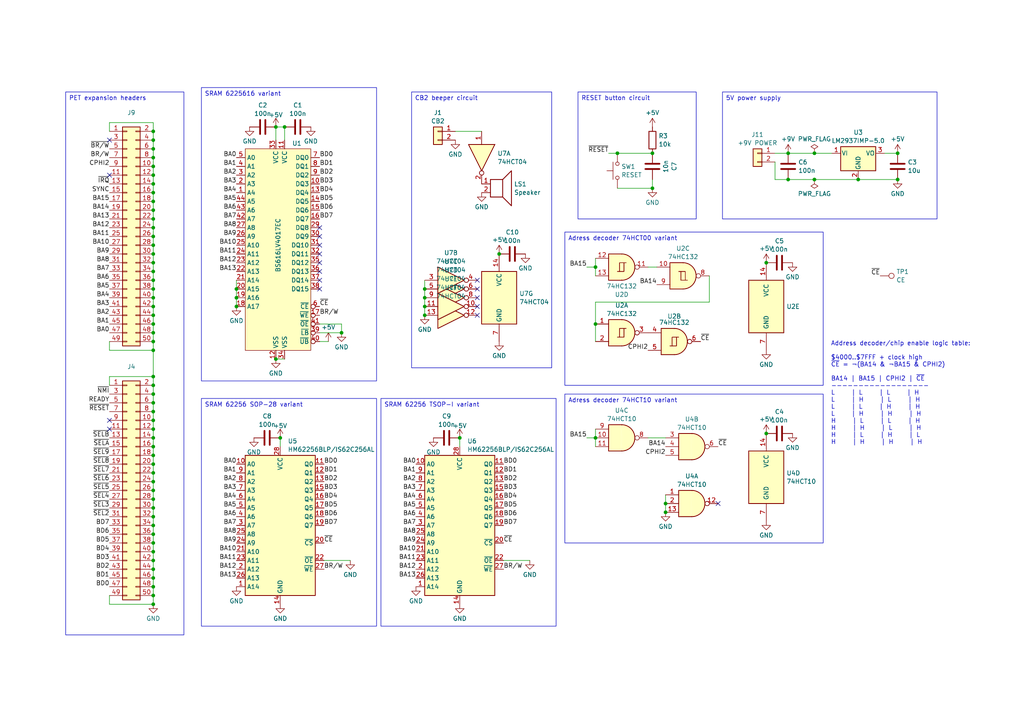
<source format=kicad_sch>
(kicad_sch (version 20230121) (generator eeschema)

  (uuid ba02a5fb-8d8e-4302-96a8-8e3b65a9cbd7)

  (paper "A4")

  (title_block
    (title "CBM PET SRAM Expansion")
    (date "2024-03-10")
    (rev "4")
    (company "CCC Basel")
  )

  

  (junction (at 44.45 175.26) (diameter 0) (color 0 0 0 0)
    (uuid 132e523d-4dd0-4bfc-a395-7b85d134f2e5)
  )
  (junction (at 44.45 63.5) (diameter 0) (color 0 0 0 0)
    (uuid 15173f45-ff3b-4146-9ec8-aea55ce6de28)
  )
  (junction (at 44.45 81.28) (diameter 0) (color 0 0 0 0)
    (uuid 195b6efc-e1c4-4f14-9bc8-6388815f444b)
  )
  (junction (at 236.22 52.07) (diameter 0) (color 0 0 0 0)
    (uuid 2138369b-643b-4f89-946d-bebf9d9190fc)
  )
  (junction (at 44.45 88.9) (diameter 0) (color 0 0 0 0)
    (uuid 23088312-808b-4f4c-b096-e91dd8b9b773)
  )
  (junction (at 44.45 134.62) (diameter 0) (color 0 0 0 0)
    (uuid 231907ca-0f57-4d42-982d-2a9aaae679d6)
  )
  (junction (at 44.45 66.04) (diameter 0) (color 0 0 0 0)
    (uuid 23fa526b-f701-4216-bb5e-d524585daacd)
  )
  (junction (at 44.45 157.48) (diameter 0) (color 0 0 0 0)
    (uuid 245dfd6e-93dd-4c02-b96a-60e3cd2d8ba7)
  )
  (junction (at 44.45 53.34) (diameter 0) (color 0 0 0 0)
    (uuid 2808f7d7-3bee-4b54-9474-691eae9eef5c)
  )
  (junction (at 189.23 44.45) (diameter 0) (color 0 0 0 0)
    (uuid 2b7206a6-30b3-4f96-9a17-1240603f3ec8)
  )
  (junction (at 44.45 40.64) (diameter 0) (color 0 0 0 0)
    (uuid 2cd9beca-8b4d-40c8-8644-94001003ba43)
  )
  (junction (at 44.45 91.44) (diameter 0) (color 0 0 0 0)
    (uuid 2f563c43-87b4-46b6-9928-bf2910756250)
  )
  (junction (at 44.45 60.96) (diameter 0) (color 0 0 0 0)
    (uuid 3814d9fb-539b-4ad3-a118-ea02dfa6fdca)
  )
  (junction (at 260.35 52.07) (diameter 0) (color 0 0 0 0)
    (uuid 3a795033-8839-46f6-8163-5d52fd2b3d9e)
  )
  (junction (at 193.04 146.05) (diameter 0) (color 0 0 0 0)
    (uuid 3cde72fc-3cf2-459a-86a8-36457e773ee7)
  )
  (junction (at 44.45 170.18) (diameter 0) (color 0 0 0 0)
    (uuid 3f87a0a3-a002-48d6-bd89-e50bae5ece9b)
  )
  (junction (at 80.01 104.14) (diameter 0) (color 0 0 0 0)
    (uuid 3fed26e7-8e6c-43d2-8fa7-6e0853d0a9b1)
  )
  (junction (at 44.45 132.08) (diameter 0) (color 0 0 0 0)
    (uuid 44549270-7860-47a1-9a0d-d6e402f8a1f9)
  )
  (junction (at 172.72 127) (diameter 0) (color 0 0 0 0)
    (uuid 4471f513-2194-4416-b5aa-d7e191b264a6)
  )
  (junction (at 68.58 83.82) (diameter 0) (color 0 0 0 0)
    (uuid 4509a8bb-aa6c-44dc-b75a-0076aa859cb0)
  )
  (junction (at 44.45 43.18) (diameter 0) (color 0 0 0 0)
    (uuid 4b977a37-3ace-4841-a45c-af50084070a5)
  )
  (junction (at 44.45 96.52) (diameter 0) (color 0 0 0 0)
    (uuid 4c7f9c78-648a-4266-8790-9767b7a24612)
  )
  (junction (at 68.58 88.9) (diameter 0) (color 0 0 0 0)
    (uuid 4efbf76a-0d48-4b52-8aa7-56a3274b6f58)
  )
  (junction (at 81.28 127) (diameter 0) (color 0 0 0 0)
    (uuid 52845d0a-d694-4c97-8022-e5c00c31f195)
  )
  (junction (at 172.72 93.98) (diameter 0) (color 0 0 0 0)
    (uuid 559edd0e-1385-448a-bece-1e15e1ef4090)
  )
  (junction (at 44.45 55.88) (diameter 0) (color 0 0 0 0)
    (uuid 5ae5c9e9-4a8f-4d63-92f5-44a3c8bb1f99)
  )
  (junction (at 179.07 44.45) (diameter 0) (color 0 0 0 0)
    (uuid 5cb530aa-fe15-478d-90b1-4b6626640e04)
  )
  (junction (at 44.45 114.3) (diameter 0) (color 0 0 0 0)
    (uuid 61549b9f-b4bf-434c-9d9f-c3bca06ff294)
  )
  (junction (at 44.45 149.86) (diameter 0) (color 0 0 0 0)
    (uuid 64b900cd-2d86-4b52-bb5c-97b4fe952f58)
  )
  (junction (at 44.45 71.12) (diameter 0) (color 0 0 0 0)
    (uuid 6c2f7215-865c-4fb1-846d-e1e38eb27bb3)
  )
  (junction (at 44.45 83.82) (diameter 0) (color 0 0 0 0)
    (uuid 71147d30-3a10-4a39-9d6e-6e813cd063f4)
  )
  (junction (at 248.92 52.07) (diameter 0) (color 0 0 0 0)
    (uuid 7477d0ce-a25d-4684-acf6-74adc02ed023)
  )
  (junction (at 44.45 121.92) (diameter 0) (color 0 0 0 0)
    (uuid 77394a52-145a-4021-8fd2-6569bd29e47a)
  )
  (junction (at 99.06 96.52) (diameter 0) (color 0 0 0 0)
    (uuid 7ba11b6f-852a-4da3-979b-0f6f9c9d6f9d)
  )
  (junction (at 123.19 88.9) (diameter 0) (color 0 0 0 0)
    (uuid 7bb00461-bfc0-4226-9335-d990d686f24e)
  )
  (junction (at 228.6 52.07) (diameter 0) (color 0 0 0 0)
    (uuid 7f68fb98-49b8-4141-a565-d68743f2112f)
  )
  (junction (at 44.45 101.6) (diameter 0) (color 0 0 0 0)
    (uuid 7f6ec264-e554-4d3a-847a-63d1ee1efa52)
  )
  (junction (at 44.45 111.76) (diameter 0) (color 0 0 0 0)
    (uuid 7f9af0e9-ce3a-4803-bc52-8d667acf73e7)
  )
  (junction (at 44.45 48.26) (diameter 0) (color 0 0 0 0)
    (uuid 7fbc4fd6-5117-4b75-9f06-add6d0f632f6)
  )
  (junction (at 80.01 36.83) (diameter 0) (color 0 0 0 0)
    (uuid 80c5c740-688b-4c58-b9d7-850ea18b9e1e)
  )
  (junction (at 44.45 142.24) (diameter 0) (color 0 0 0 0)
    (uuid 8b2ce9b6-a9e9-464e-9f7d-9a76938f07f6)
  )
  (junction (at 144.78 73.66) (diameter 0) (color 0 0 0 0)
    (uuid 8bf75d24-b21d-4aca-b74f-88ea2b54ed2d)
  )
  (junction (at 44.45 93.98) (diameter 0) (color 0 0 0 0)
    (uuid 903bce02-003e-4d0a-8386-d6c0a376668e)
  )
  (junction (at 44.45 68.58) (diameter 0) (color 0 0 0 0)
    (uuid 917825a7-a83d-4255-92db-a00da4f06c80)
  )
  (junction (at 260.35 44.45) (diameter 0) (color 0 0 0 0)
    (uuid 95a2d759-78c6-4d32-8fe4-456149d98a79)
  )
  (junction (at 44.45 38.1) (diameter 0) (color 0 0 0 0)
    (uuid 9796b5b6-84d4-407c-8791-ad7a9fd305ee)
  )
  (junction (at 193.04 148.59) (diameter 0) (color 0 0 0 0)
    (uuid 9a412992-9caf-4ae9-9689-3288e0d671f3)
  )
  (junction (at 82.55 36.83) (diameter 0) (color 0 0 0 0)
    (uuid 9af08f98-56cc-4e00-a5ff-d797ceadd149)
  )
  (junction (at 44.45 147.32) (diameter 0) (color 0 0 0 0)
    (uuid 9be13afd-1ab9-4ba6-9fce-66303bb75fd1)
  )
  (junction (at 44.45 167.64) (diameter 0) (color 0 0 0 0)
    (uuid 9fcfd4a1-eb71-4cc1-95c1-d4ee46b3596b)
  )
  (junction (at 133.35 127) (diameter 0) (color 0 0 0 0)
    (uuid a1394a66-9c27-477c-b205-04ae99b66e46)
  )
  (junction (at 172.72 77.47) (diameter 0) (color 0 0 0 0)
    (uuid a1ebff29-35ad-46fd-9ff0-937a1f0905dc)
  )
  (junction (at 123.19 91.44) (diameter 0) (color 0 0 0 0)
    (uuid a2b6b8d4-cd85-43c0-8cbe-e98aa84b5f93)
  )
  (junction (at 44.45 109.22) (diameter 0) (color 0 0 0 0)
    (uuid a6d50e0e-c9ef-4a53-8600-acaa26482069)
  )
  (junction (at 44.45 172.72) (diameter 0) (color 0 0 0 0)
    (uuid ab5cf924-c6f4-4022-95c2-03ff816df3a9)
  )
  (junction (at 44.45 137.16) (diameter 0) (color 0 0 0 0)
    (uuid b199f9f2-37b2-4a61-9009-3df80f449bf3)
  )
  (junction (at 228.6 44.45) (diameter 0) (color 0 0 0 0)
    (uuid ba1f469a-0869-4e71-9b05-d7558848a402)
  )
  (junction (at 236.22 44.45) (diameter 0) (color 0 0 0 0)
    (uuid bd5f5cee-fae0-454a-84be-c0b40fb0e8ed)
  )
  (junction (at 44.45 78.74) (diameter 0) (color 0 0 0 0)
    (uuid be269495-f445-4722-938b-be38a32acc6a)
  )
  (junction (at 44.45 50.8) (diameter 0) (color 0 0 0 0)
    (uuid c0f8c0ef-d855-4daf-a3c6-faf021bbacfa)
  )
  (junction (at 44.45 144.78) (diameter 0) (color 0 0 0 0)
    (uuid c28b5a19-2bc3-46af-928f-b0dc39d45f8b)
  )
  (junction (at 44.45 58.42) (diameter 0) (color 0 0 0 0)
    (uuid c4031e73-c667-4d5b-b6a3-b1b52f78072d)
  )
  (junction (at 222.25 76.2) (diameter 0) (color 0 0 0 0)
    (uuid ca1106bd-8017-4793-8057-096e4f255cdd)
  )
  (junction (at 44.45 129.54) (diameter 0) (color 0 0 0 0)
    (uuid cbe52f06-6794-4495-a883-a72309517360)
  )
  (junction (at 123.19 86.36) (diameter 0) (color 0 0 0 0)
    (uuid cc5477a9-189d-4db8-940f-e09a20155ea6)
  )
  (junction (at 44.45 154.94) (diameter 0) (color 0 0 0 0)
    (uuid d0d5f044-d954-47a2-92e8-c56bd83f08fd)
  )
  (junction (at 222.25 125.73) (diameter 0) (color 0 0 0 0)
    (uuid d7f678fa-69a1-4de9-9b68-d02349755188)
  )
  (junction (at 44.45 124.46) (diameter 0) (color 0 0 0 0)
    (uuid deb53e51-8590-461e-9f63-d5018e32e310)
  )
  (junction (at 44.45 86.36) (diameter 0) (color 0 0 0 0)
    (uuid df34c3c9-550f-44ad-87fa-414dc88f9ca5)
  )
  (junction (at 44.45 76.2) (diameter 0) (color 0 0 0 0)
    (uuid e810d19f-1f7f-46ed-aeca-2332235759cb)
  )
  (junction (at 44.45 99.06) (diameter 0) (color 0 0 0 0)
    (uuid e9b6f3b7-2112-414f-95c2-3a89b12eca3c)
  )
  (junction (at 189.23 54.61) (diameter 0) (color 0 0 0 0)
    (uuid edf8bf02-9e5c-4d2b-860d-e8b7a0cfbc1f)
  )
  (junction (at 44.45 45.72) (diameter 0) (color 0 0 0 0)
    (uuid f1585753-3985-44df-bdce-73bceeea44c4)
  )
  (junction (at 44.45 152.4) (diameter 0) (color 0 0 0 0)
    (uuid f1d99ce8-737b-4e91-a7ff-98190c3294f0)
  )
  (junction (at 44.45 165.1) (diameter 0) (color 0 0 0 0)
    (uuid f2490804-050d-48fe-b97e-1097c19741ec)
  )
  (junction (at 68.58 86.36) (diameter 0) (color 0 0 0 0)
    (uuid f3d27974-12f7-4ce6-8036-2b6eb0ec8669)
  )
  (junction (at 123.19 83.82) (diameter 0) (color 0 0 0 0)
    (uuid f8e84313-3854-4a9f-a615-f2ee8bb27abf)
  )
  (junction (at 44.45 73.66) (diameter 0) (color 0 0 0 0)
    (uuid f9591cf2-f9e3-4fdc-9111-e653ff6a3b6e)
  )
  (junction (at 44.45 160.02) (diameter 0) (color 0 0 0 0)
    (uuid fb59a7d8-7c6b-4011-8662-0571566e7924)
  )
  (junction (at 44.45 162.56) (diameter 0) (color 0 0 0 0)
    (uuid fc2aec22-7f6a-4ac6-995b-844b8042e8c9)
  )
  (junction (at 44.45 119.38) (diameter 0) (color 0 0 0 0)
    (uuid fd440596-5b67-4038-af3d-226327df8ea9)
  )
  (junction (at 44.45 116.84) (diameter 0) (color 0 0 0 0)
    (uuid fe404ba7-ab8e-4deb-b52d-66b45279dcb4)
  )
  (junction (at 44.45 127) (diameter 0) (color 0 0 0 0)
    (uuid fe664a02-6c91-4a7f-9b2f-9b5b423ed89e)
  )
  (junction (at 44.45 139.7) (diameter 0) (color 0 0 0 0)
    (uuid ff9a97c8-9aff-4906-a3ed-5e56c33cb353)
  )

  (no_connect (at 92.71 81.28) (uuid 0c67f426-d487-4a6c-bd29-ac44ff579c95))
  (no_connect (at 92.71 76.2) (uuid 1905f0d4-8330-471b-9713-b3f287bee197))
  (no_connect (at 92.71 71.12) (uuid 1b48798f-bec2-449a-a4c5-5a00d55527e2))
  (no_connect (at 31.75 121.92) (uuid 21c3144a-9860-4dee-af6d-a94e3587478d))
  (no_connect (at 31.75 40.64) (uuid 33f02fa2-9cbf-4e1b-883d-5a2f8a66d5ce))
  (no_connect (at 92.71 83.82) (uuid 39221483-88e8-4009-88ea-ca535d84f70e))
  (no_connect (at 138.43 81.28) (uuid 3da27a35-51ed-4aa7-b4ae-f7eed74e5887))
  (no_connect (at 138.43 91.44) (uuid 4ae78f84-9285-42ce-9346-b99d0998adaa))
  (no_connect (at 31.75 124.46) (uuid 65190511-5696-4c62-9853-195b00388054))
  (no_connect (at 31.75 50.8) (uuid 6d7bf783-c773-4569-949d-8faf39b31a4f))
  (no_connect (at 92.71 68.58) (uuid 848cb030-e2a6-4afb-a7e8-b56e4704feb5))
  (no_connect (at 92.71 66.04) (uuid 92e4f2c9-4a6c-4f1f-9595-6e1c7d4ce798))
  (no_connect (at 208.28 146.05) (uuid 9da8bae0-12e7-4d11-a6cb-cbdb76e25985))
  (no_connect (at 92.71 73.66) (uuid a95fab86-0000-44ac-b54b-6d9f8408c7a3))
  (no_connect (at 92.71 78.74) (uuid b09bd469-b2fb-4af7-b560-bdd176ae4d69))
  (no_connect (at 138.43 86.36) (uuid b1ae2b12-07bd-4ebf-bab1-a4867dbec70d))
  (no_connect (at 138.43 83.82) (uuid effbba86-dcb2-40ae-aac4-8101ff684824))
  (no_connect (at 138.43 88.9) (uuid f8bb49e9-9498-4be6-b453-a78f012ba793))

  (wire (pts (xy 44.45 93.98) (xy 44.45 96.52))
    (stroke (width 0) (type default))
    (uuid 00711f35-0a35-46c5-89fc-ce0e85dd57c9)
  )
  (wire (pts (xy 132.08 38.1) (xy 139.7 38.1))
    (stroke (width 0) (type default))
    (uuid 00e81c34-2750-41f1-a01d-eab445deb0fb)
  )
  (wire (pts (xy 92.71 96.52) (xy 99.06 96.52))
    (stroke (width 0) (type default))
    (uuid 042bcb05-f9d3-4fda-afbf-493c024bcef3)
  )
  (wire (pts (xy 44.45 101.6) (xy 31.75 101.6))
    (stroke (width 0) (type default))
    (uuid 046557f0-5448-4a2e-9685-2e14368d0fe7)
  )
  (wire (pts (xy 205.74 87.63) (xy 205.74 80.01))
    (stroke (width 0) (type default))
    (uuid 05555d84-f39e-4302-89f6-cf563dfe3783)
  )
  (wire (pts (xy 172.72 87.63) (xy 205.74 87.63))
    (stroke (width 0) (type default))
    (uuid 05613e95-8728-4a7c-b410-f049ee4fa4fe)
  )
  (wire (pts (xy 81.28 127) (xy 81.28 129.54))
    (stroke (width 0) (type default))
    (uuid 0620da2c-71a1-4842-b2ab-71c39c7ccbfb)
  )
  (wire (pts (xy 44.45 162.56) (xy 44.45 165.1))
    (stroke (width 0) (type default))
    (uuid 0769c1f1-00ff-4549-9633-1ff884b80650)
  )
  (wire (pts (xy 187.96 127) (xy 193.04 127))
    (stroke (width 0) (type default))
    (uuid 095de72c-487a-49db-8a9f-8dcd7902ae6a)
  )
  (wire (pts (xy 44.45 144.78) (xy 44.45 147.32))
    (stroke (width 0) (type default))
    (uuid 0a2ab28e-7de9-4efd-8dc2-277c7cb8c104)
  )
  (wire (pts (xy 44.45 175.26) (xy 31.75 175.26))
    (stroke (width 0) (type default))
    (uuid 0d3e84c8-187a-434a-99b0-a398c4b7f9d4)
  )
  (wire (pts (xy 44.45 124.46) (xy 44.45 127))
    (stroke (width 0) (type default))
    (uuid 0d80c3da-42ca-4fd6-ad98-36ecb3cdf91a)
  )
  (wire (pts (xy 44.45 86.36) (xy 44.45 88.9))
    (stroke (width 0) (type default))
    (uuid 12b6d115-0ef8-46f1-bff2-e153886a4ac6)
  )
  (wire (pts (xy 44.45 109.22) (xy 31.75 109.22))
    (stroke (width 0) (type default))
    (uuid 1374172c-a5b4-4749-a7bf-da2b9d6a5f4b)
  )
  (wire (pts (xy 44.45 129.54) (xy 44.45 132.08))
    (stroke (width 0) (type default))
    (uuid 14733b41-92a9-4319-9926-64316a050b70)
  )
  (wire (pts (xy 44.45 137.16) (xy 44.45 139.7))
    (stroke (width 0) (type default))
    (uuid 16361d29-945a-4429-b155-3484aad8db6f)
  )
  (wire (pts (xy 228.6 52.07) (xy 236.22 52.07))
    (stroke (width 0) (type default))
    (uuid 17e6825e-78e0-4309-9ac1-6f00299c9759)
  )
  (wire (pts (xy 44.45 35.56) (xy 31.75 35.56))
    (stroke (width 0) (type default))
    (uuid 1b00708e-a75f-47f2-82bd-938cbc163d7e)
  )
  (wire (pts (xy 44.45 172.72) (xy 44.45 175.26))
    (stroke (width 0) (type default))
    (uuid 1ba742e3-ce9c-4d92-b23f-2cb1863e7bfe)
  )
  (wire (pts (xy 172.72 127) (xy 172.72 124.46))
    (stroke (width 0) (type default))
    (uuid 1c5869ee-d3e1-4acf-80f4-7b3dc7d6dff0)
  )
  (wire (pts (xy 68.58 86.36) (xy 68.58 88.9))
    (stroke (width 0) (type default))
    (uuid 1d5fd613-e00f-4a6e-870d-a6d3dc1b5eb2)
  )
  (wire (pts (xy 44.45 81.28) (xy 44.45 83.82))
    (stroke (width 0) (type default))
    (uuid 1d699762-757c-4aad-8a98-25cb5a22c4ca)
  )
  (wire (pts (xy 44.45 71.12) (xy 44.45 73.66))
    (stroke (width 0) (type default))
    (uuid 21559b49-cfeb-478f-a9dc-61ab85bff646)
  )
  (wire (pts (xy 44.45 154.94) (xy 44.45 157.48))
    (stroke (width 0) (type default))
    (uuid 23208346-8f18-4ee9-98c4-bf4c1acc206d)
  )
  (wire (pts (xy 170.18 77.47) (xy 172.72 77.47))
    (stroke (width 0) (type default))
    (uuid 25cc8d5b-5948-4543-b160-957e2b7612ba)
  )
  (wire (pts (xy 193.04 146.05) (xy 193.04 148.59))
    (stroke (width 0) (type default))
    (uuid 28458c07-66c0-457d-b24d-e6c8360d0c91)
  )
  (wire (pts (xy 44.45 134.62) (xy 44.45 137.16))
    (stroke (width 0) (type default))
    (uuid 288d5bec-4d83-4011-ad09-73e4915facf8)
  )
  (wire (pts (xy 99.06 93.98) (xy 99.06 96.52))
    (stroke (width 0) (type default))
    (uuid 2aaf9ac1-0608-421e-963c-9a914ce56734)
  )
  (wire (pts (xy 224.79 44.45) (xy 228.6 44.45))
    (stroke (width 0) (type default))
    (uuid 2bfe1a78-858f-4a81-bec4-e14397697ed6)
  )
  (wire (pts (xy 44.45 73.66) (xy 44.45 76.2))
    (stroke (width 0) (type default))
    (uuid 302db16f-0c13-4237-8e6d-fbfb969ac60c)
  )
  (wire (pts (xy 68.58 81.28) (xy 68.58 83.82))
    (stroke (width 0) (type default))
    (uuid 37cab7d4-36a4-4f5d-af2d-390e5d0f4a6e)
  )
  (wire (pts (xy 44.45 78.74) (xy 44.45 81.28))
    (stroke (width 0) (type default))
    (uuid 3af1334e-b376-4e8a-bb83-2bb1fd994d6c)
  )
  (wire (pts (xy 44.45 149.86) (xy 44.45 152.4))
    (stroke (width 0) (type default))
    (uuid 4061e863-29f1-43bc-926e-c7e54715c70f)
  )
  (wire (pts (xy 44.45 83.82) (xy 44.45 86.36))
    (stroke (width 0) (type default))
    (uuid 42a581bc-627f-47f1-b43a-2089c12481ef)
  )
  (wire (pts (xy 44.45 45.72) (xy 44.45 48.26))
    (stroke (width 0) (type default))
    (uuid 43169ff3-f0f3-4860-be27-fe96087aa0e9)
  )
  (wire (pts (xy 44.45 142.24) (xy 44.45 144.78))
    (stroke (width 0) (type default))
    (uuid 4407daa4-725e-4f78-8635-7873016477e3)
  )
  (wire (pts (xy 123.19 88.9) (xy 123.19 91.44))
    (stroke (width 0) (type default))
    (uuid 45064f8b-9303-4828-b258-6a8a3de0c431)
  )
  (wire (pts (xy 224.79 52.07) (xy 228.6 52.07))
    (stroke (width 0) (type default))
    (uuid 4b74de37-6eca-45d9-b0e3-e700dc0311fb)
  )
  (wire (pts (xy 179.07 44.45) (xy 189.23 44.45))
    (stroke (width 0) (type default))
    (uuid 4b7b14f4-25b2-44bf-b93f-173c02143d56)
  )
  (wire (pts (xy 176.53 44.45) (xy 179.07 44.45))
    (stroke (width 0) (type default))
    (uuid 4e11bbca-9727-4a08-8e39-815f674df992)
  )
  (wire (pts (xy 170.18 127) (xy 172.72 127))
    (stroke (width 0) (type default))
    (uuid 544f9adf-efdf-48e2-9b4b-60527298361c)
  )
  (wire (pts (xy 68.58 83.82) (xy 68.58 86.36))
    (stroke (width 0) (type default))
    (uuid 614c9487-612c-4e8d-8a81-52fa7193460f)
  )
  (wire (pts (xy 123.19 86.36) (xy 123.19 88.9))
    (stroke (width 0) (type default))
    (uuid 6215ff9d-0356-48c7-8afd-a32fe27264f2)
  )
  (wire (pts (xy 146.05 162.56) (xy 153.67 162.56))
    (stroke (width 0) (type default))
    (uuid 64de8a3b-a6f7-4130-8a6f-3b11f22dc214)
  )
  (wire (pts (xy 44.45 147.32) (xy 44.45 149.86))
    (stroke (width 0) (type default))
    (uuid 694fc7c7-0c39-4f16-a235-fe3572daf9b9)
  )
  (wire (pts (xy 44.45 116.84) (xy 44.45 119.38))
    (stroke (width 0) (type default))
    (uuid 697e6d1b-de82-47b0-9179-70161de7ae5b)
  )
  (wire (pts (xy 31.75 35.56) (xy 31.75 38.1))
    (stroke (width 0) (type default))
    (uuid 6cde2c27-2f6f-4fc7-89fc-256b9f8177f2)
  )
  (wire (pts (xy 44.45 111.76) (xy 44.45 109.22))
    (stroke (width 0) (type default))
    (uuid 6cdf2c1d-183a-493b-9a3a-01ce5c0411cd)
  )
  (wire (pts (xy 187.96 77.47) (xy 190.5 77.47))
    (stroke (width 0) (type default))
    (uuid 6eaec9cc-203b-4f29-9ca7-1e408496edd1)
  )
  (wire (pts (xy 44.45 88.9) (xy 44.45 91.44))
    (stroke (width 0) (type default))
    (uuid 757969e0-d0aa-497f-9cc8-abf28d3cf0c4)
  )
  (wire (pts (xy 31.75 101.6) (xy 31.75 99.06))
    (stroke (width 0) (type default))
    (uuid 790c3ae3-c49a-4716-8d84-01160b534afc)
  )
  (wire (pts (xy 44.45 139.7) (xy 44.45 142.24))
    (stroke (width 0) (type default))
    (uuid 79fd50d9-8db9-4343-b064-692d691ee260)
  )
  (wire (pts (xy 172.72 77.47) (xy 172.72 80.01))
    (stroke (width 0) (type default))
    (uuid 80faa304-78cb-4458-8877-296650766b98)
  )
  (wire (pts (xy 44.45 99.06) (xy 44.45 101.6))
    (stroke (width 0) (type default))
    (uuid 834fc730-ea34-43aa-b12d-5e0897931268)
  )
  (wire (pts (xy 93.98 162.56) (xy 101.6 162.56))
    (stroke (width 0) (type default))
    (uuid 845d829c-deeb-4cd4-89e9-68705b984a66)
  )
  (wire (pts (xy 31.75 175.26) (xy 31.75 172.72))
    (stroke (width 0) (type default))
    (uuid 854fcba5-1b03-45d0-a06d-9d6d623ed931)
  )
  (wire (pts (xy 228.6 44.45) (xy 236.22 44.45))
    (stroke (width 0) (type default))
    (uuid 859e8e44-b59b-4678-beaa-4071b8223be0)
  )
  (wire (pts (xy 44.45 170.18) (xy 44.45 172.72))
    (stroke (width 0) (type default))
    (uuid 8932b5b7-09d1-4bd5-9645-360475058fb3)
  )
  (wire (pts (xy 80.01 36.83) (xy 80.01 40.64))
    (stroke (width 0) (type default))
    (uuid 8a99d87f-c429-4eab-a2f5-fccbcee29e29)
  )
  (wire (pts (xy 44.45 121.92) (xy 44.45 124.46))
    (stroke (width 0) (type default))
    (uuid 8d8ff752-55f2-459b-b52b-e1467282fe4c)
  )
  (wire (pts (xy 123.19 81.28) (xy 123.19 83.82))
    (stroke (width 0) (type default))
    (uuid 8d968a34-db4a-4c69-8555-9f333229a619)
  )
  (wire (pts (xy 92.71 99.06) (xy 95.25 99.06))
    (stroke (width 0) (type default))
    (uuid 8e859efc-9798-47aa-8472-7b7017ba5096)
  )
  (wire (pts (xy 44.45 152.4) (xy 44.45 154.94))
    (stroke (width 0) (type default))
    (uuid 8e9219bd-cc33-44b5-a383-65436e5dd593)
  )
  (wire (pts (xy 92.71 93.98) (xy 99.06 93.98))
    (stroke (width 0) (type default))
    (uuid 8f3b8fe9-d12a-4ce7-831f-c3dc61957b71)
  )
  (wire (pts (xy 44.45 91.44) (xy 44.45 93.98))
    (stroke (width 0) (type default))
    (uuid 90252908-9342-4715-9ab5-1ab4c3a491b4)
  )
  (wire (pts (xy 44.45 38.1) (xy 44.45 40.64))
    (stroke (width 0) (type default))
    (uuid 92dfa2d6-9aaa-4e84-a9bf-ddddf8b16095)
  )
  (wire (pts (xy 80.01 104.14) (xy 82.55 104.14))
    (stroke (width 0) (type default))
    (uuid 9460a871-a102-4820-b8e4-9e6d36514b3c)
  )
  (wire (pts (xy 193.04 143.51) (xy 193.04 146.05))
    (stroke (width 0) (type default))
    (uuid 9d74673d-57eb-4e7c-b62e-915d2f1a7fb4)
  )
  (wire (pts (xy 172.72 93.98) (xy 172.72 87.63))
    (stroke (width 0) (type default))
    (uuid 9e5eba74-d225-4135-a7f8-02d4e26af463)
  )
  (wire (pts (xy 256.54 44.45) (xy 260.35 44.45))
    (stroke (width 0) (type default))
    (uuid 9e9b00c3-4bf8-4f0f-b1de-1220fdc9b3d6)
  )
  (wire (pts (xy 172.72 77.47) (xy 172.72 74.93))
    (stroke (width 0) (type default))
    (uuid a0fc63e5-cf28-47e9-905c-b4cdf84c5576)
  )
  (wire (pts (xy 44.45 96.52) (xy 44.45 99.06))
    (stroke (width 0) (type default))
    (uuid a2c7e20c-1387-49fc-b8f7-453857f3fb46)
  )
  (wire (pts (xy 44.45 167.64) (xy 44.45 170.18))
    (stroke (width 0) (type default))
    (uuid a36a5b53-6661-49b4-b075-bfa53383a516)
  )
  (wire (pts (xy 236.22 52.07) (xy 248.92 52.07))
    (stroke (width 0) (type default))
    (uuid a49e0e21-1fa0-45a0-b36c-71ca6d2914b4)
  )
  (wire (pts (xy 123.19 83.82) (xy 123.19 86.36))
    (stroke (width 0) (type default))
    (uuid a72f7a26-602c-4a9a-9f1a-2e981eebb5d4)
  )
  (wire (pts (xy 44.45 50.8) (xy 44.45 53.34))
    (stroke (width 0) (type default))
    (uuid a9f62682-fa6e-4397-afde-0ebb2029a171)
  )
  (wire (pts (xy 133.35 127) (xy 133.35 129.54))
    (stroke (width 0) (type default))
    (uuid aaf94eca-e3ab-4dbf-be97-8023d0d0ae96)
  )
  (wire (pts (xy 189.23 52.07) (xy 189.23 54.61))
    (stroke (width 0) (type default))
    (uuid ac1c7e4c-2af3-4499-bd59-95128d8f456c)
  )
  (wire (pts (xy 44.45 157.48) (xy 44.45 160.02))
    (stroke (width 0) (type default))
    (uuid af05e6de-af77-479c-9ea2-a26a2d5f3085)
  )
  (wire (pts (xy 44.45 58.42) (xy 44.45 60.96))
    (stroke (width 0) (type default))
    (uuid af3629a2-ce2a-4acb-be35-8a2462ec8bf4)
  )
  (wire (pts (xy 44.45 60.96) (xy 44.45 63.5))
    (stroke (width 0) (type default))
    (uuid b3ab146d-f0d1-4d9f-a694-3812984c1dae)
  )
  (wire (pts (xy 80.01 36.83) (xy 82.55 36.83))
    (stroke (width 0) (type default))
    (uuid bba08c62-2634-4584-8764-946cfbcbb384)
  )
  (wire (pts (xy 44.45 68.58) (xy 44.45 71.12))
    (stroke (width 0) (type default))
    (uuid bcaff7eb-5cd4-4ec7-b826-6a7930a97b06)
  )
  (wire (pts (xy 44.45 63.5) (xy 44.45 66.04))
    (stroke (width 0) (type default))
    (uuid bd68d0f9-0800-41b8-958e-45ad6ce413c0)
  )
  (wire (pts (xy 44.45 165.1) (xy 44.45 167.64))
    (stroke (width 0) (type default))
    (uuid bdde8308-df24-498c-8d8a-b951a3163278)
  )
  (wire (pts (xy 179.07 54.61) (xy 189.23 54.61))
    (stroke (width 0) (type default))
    (uuid c5e5f4f6-cf4e-43fd-acd6-3d954486aa9b)
  )
  (wire (pts (xy 248.92 52.07) (xy 260.35 52.07))
    (stroke (width 0) (type default))
    (uuid c95ec6f3-526a-4cc8-afdb-a23a287bb490)
  )
  (wire (pts (xy 44.45 111.76) (xy 44.45 114.3))
    (stroke (width 0) (type default))
    (uuid ca0343ca-e017-4f76-affd-a232630c92f5)
  )
  (wire (pts (xy 172.72 93.98) (xy 172.72 99.06))
    (stroke (width 0) (type default))
    (uuid cc5f58c2-c7e6-4920-bb9b-4df542c5497b)
  )
  (wire (pts (xy 82.55 36.83) (xy 82.55 40.64))
    (stroke (width 0) (type default))
    (uuid ccb3e5b2-e2fe-4406-ac16-b776efdd1483)
  )
  (wire (pts (xy 44.45 55.88) (xy 44.45 58.42))
    (stroke (width 0) (type default))
    (uuid d060cc3c-d098-4c1f-81b8-67db3386edd0)
  )
  (wire (pts (xy 44.45 101.6) (xy 44.45 109.22))
    (stroke (width 0) (type default))
    (uuid d88a5164-437e-4439-9957-6fa9983fd519)
  )
  (wire (pts (xy 44.45 114.3) (xy 44.45 116.84))
    (stroke (width 0) (type default))
    (uuid dcdf97d6-2621-44f8-833a-9cf963257509)
  )
  (wire (pts (xy 44.45 132.08) (xy 44.45 134.62))
    (stroke (width 0) (type default))
    (uuid dfb83818-75eb-4238-955f-df54608ceacd)
  )
  (wire (pts (xy 44.45 66.04) (xy 44.45 68.58))
    (stroke (width 0) (type default))
    (uuid e2b64ce2-21f5-444c-bcb4-c6b772f33cae)
  )
  (wire (pts (xy 44.45 119.38) (xy 44.45 121.92))
    (stroke (width 0) (type default))
    (uuid e39852d7-4ddd-4daa-a61f-9f4d47b577a4)
  )
  (wire (pts (xy 44.45 38.1) (xy 44.45 35.56))
    (stroke (width 0) (type default))
    (uuid e43683c8-2d3b-406c-bda7-c576ca1be414)
  )
  (wire (pts (xy 44.45 53.34) (xy 44.45 55.88))
    (stroke (width 0) (type default))
    (uuid e47c8fdf-faa6-4125-9e6b-43f3d5ddb0db)
  )
  (wire (pts (xy 44.45 76.2) (xy 44.45 78.74))
    (stroke (width 0) (type default))
    (uuid e5551b9c-2c24-4964-86d4-38a3f327a220)
  )
  (wire (pts (xy 44.45 160.02) (xy 44.45 162.56))
    (stroke (width 0) (type default))
    (uuid e68a8b07-5703-415c-9224-8f9ccbf2f68e)
  )
  (wire (pts (xy 44.45 48.26) (xy 44.45 50.8))
    (stroke (width 0) (type default))
    (uuid ea69e4d7-e1b1-4372-bcd2-4e20820116d8)
  )
  (wire (pts (xy 31.75 109.22) (xy 31.75 111.76))
    (stroke (width 0) (type default))
    (uuid ec4b7472-2d64-4d21-9857-e393775a86e3)
  )
  (wire (pts (xy 44.45 40.64) (xy 44.45 43.18))
    (stroke (width 0) (type default))
    (uuid ec8e8812-2081-4703-af17-22a23d47eae7)
  )
  (wire (pts (xy 236.22 44.45) (xy 241.3 44.45))
    (stroke (width 0) (type default))
    (uuid f0317985-d78d-4523-9361-e1952f22e7ba)
  )
  (wire (pts (xy 224.79 52.07) (xy 224.79 46.99))
    (stroke (width 0) (type default))
    (uuid f56e50fc-d165-4562-ad12-56256f7372cd)
  )
  (wire (pts (xy 44.45 43.18) (xy 44.45 45.72))
    (stroke (width 0) (type default))
    (uuid f6fbc910-22be-4539-bbdd-779116d765cd)
  )
  (wire (pts (xy 172.72 127) (xy 172.72 129.54))
    (stroke (width 0) (type default))
    (uuid f800e161-228f-4984-a75b-44b9fc074988)
  )
  (wire (pts (xy 44.45 127) (xy 44.45 129.54))
    (stroke (width 0) (type default))
    (uuid fd857494-45be-4a2f-91b4-3371118f6f91)
  )

  (text_box "CB2 beeper circuit"
    (at 119.38 26.67 0) (size 40.64 80.01)
    (stroke (width 0) (type default))
    (fill (type none))
    (effects (font (size 1.27 1.27)) (justify left top))
    (uuid 016cc1ee-b857-4234-936a-d5d0bdef836b)
  )
  (text_box "RESET button circuit"
    (at 167.64 26.67 0) (size 34.29 36.83)
    (stroke (width 0) (type default))
    (fill (type none))
    (effects (font (size 1.27 1.27)) (justify left top))
    (uuid 3118820d-698d-447b-9e3a-0c806cc22ff2)
  )
  (text_box "5V power supply"
    (at 209.55 26.67 0) (size 62.23 36.83)
    (stroke (width 0) (type default))
    (fill (type none))
    (effects (font (size 1.27 1.27)) (justify left top))
    (uuid 32d7c9e1-5156-44ba-829b-261754e61ffc)
  )
  (text_box "Address decoder/chip enable logic table:\n\n$4000..$7FFF + clock high\n~{CE} = ¬(BA14 & ¬BA15 & CPHI2)\n\nBA14 | BA15 | CPHI2 | ~{CE}\n------------------\nL     | L     | L     | H\nL     | H     | L     | H\nL     | L     | H     | H\nL     | H     | H     | H\nH     | L     | L     | H\nH     | H     | L     | H\nH     | L     | H     | L\nH     | H     | H     | H"
    (at 240.03 97.79 0) (size 43.18 33.02)
    (stroke (width -0.0001) (type default))
    (fill (type none))
    (effects (font (size 1.27 1.27)) (justify left top))
    (uuid 36c950c4-8354-4a10-ad58-4d0e43f3f3d9)
  )
  (text_box "SRAM 62256 TSOP-I variant"
    (at 110.49 115.57 0) (size 50.8 66.04)
    (stroke (width 0) (type default))
    (fill (type none))
    (effects (font (size 1.27 1.27)) (justify left top))
    (uuid 39d2fd7c-2b6a-4db3-b929-aed3dee0fccb)
  )
  (text_box "PET expansion headers"
    (at 19.05 26.67 0) (size 34.29 157.48)
    (stroke (width 0) (type default))
    (fill (type none))
    (effects (font (size 1.27 1.27)) (justify left top))
    (uuid 4b3424c3-23ed-4e95-866a-686c0e7fb4c4)
  )
  (text_box "Adress decoder 74HCT10 variant"
    (at 163.83 114.3 0) (size 74.93 43.18)
    (stroke (width 0) (type default))
    (fill (type none))
    (effects (font (size 1.27 1.27)) (justify left top))
    (uuid 7b5e9fb9-1c7f-4737-ba88-1267080863b0)
  )
  (text_box "SRAM 62256 SOP-28 variant"
    (at 58.42 115.57 0) (size 50.8 66.04)
    (stroke (width 0) (type default))
    (fill (type none))
    (effects (font (size 1.27 1.27)) (justify left top))
    (uuid 7f0fcd35-3cd8-4170-9075-7c12bb71df84)
  )
  (text_box "SRAM 6225616 variant"
    (at 58.42 25.4 0) (size 50.8 85.09)
    (stroke (width 0) (type default))
    (fill (type none))
    (effects (font (size 1.27 1.27)) (justify left top))
    (uuid 854044b5-574f-49ed-b987-121f143511d2)
  )
  (text_box "Adress decoder 74HCT00 variant"
    (at 163.83 67.31 0) (size 74.93 44.45)
    (stroke (width 0) (type default))
    (fill (type none))
    (effects (font (size 1.27 1.27)) (justify left top))
    (uuid c8bb4280-cbc5-49a4-b097-68678437932f)
  )

  (label "BA10" (at 68.58 71.12 180) (fields_autoplaced)
    (effects (font (size 1.27 1.27)) (justify right bottom))
    (uuid 020a5f59-9994-448d-acfa-58c1a5d09686)
  )
  (label "~{SEL4}" (at 31.75 144.78 180) (fields_autoplaced)
    (effects (font (size 1.27 1.27)) (justify right bottom))
    (uuid 0214e118-f8b7-4ab8-b298-a9ff17585bf1)
  )
  (label "BA3" (at 68.58 53.34 180) (fields_autoplaced)
    (effects (font (size 1.27 1.27)) (justify right bottom))
    (uuid 032b03e2-99b3-426f-86af-d74b1536b7b5)
  )
  (label "BA15" (at 170.18 127 180) (fields_autoplaced)
    (effects (font (size 1.27 1.27)) (justify right bottom))
    (uuid 09893b47-9741-4268-be8d-5d100bb115c7)
  )
  (label "BA10" (at 31.75 71.12 180) (fields_autoplaced)
    (effects (font (size 1.27 1.27)) (justify right bottom))
    (uuid 0ab58770-2056-4632-aa5b-e764591f78e8)
  )
  (label "~{RESET}" (at 176.53 44.45 180) (fields_autoplaced)
    (effects (font (size 1.27 1.27)) (justify right bottom))
    (uuid 0b35452a-3b85-4341-adfc-e6959c6238f3)
  )
  (label "BA12" (at 120.65 165.1 180) (fields_autoplaced)
    (effects (font (size 1.27 1.27)) (justify right bottom))
    (uuid 0c06a8fc-4c09-42ab-adbe-a00377b31fbf)
  )
  (label "BA3" (at 31.75 88.9 180) (fields_autoplaced)
    (effects (font (size 1.27 1.27)) (justify right bottom))
    (uuid 117a4f90-3458-474b-9527-bf74dd8db248)
  )
  (label "BD7" (at 93.98 152.4 0) (fields_autoplaced)
    (effects (font (size 1.27 1.27)) (justify left bottom))
    (uuid 12d0307a-6efa-4531-bbf7-52e703c74690)
  )
  (label "BD5" (at 92.71 58.42 0) (fields_autoplaced)
    (effects (font (size 1.27 1.27)) (justify left bottom))
    (uuid 131664f0-5ed8-4200-b38a-04bad727bbdc)
  )
  (label "~{RESET}" (at 31.75 119.38 180) (fields_autoplaced)
    (effects (font (size 1.27 1.27)) (justify right bottom))
    (uuid 136bbdf8-a7b3-4640-8e82-420d1f1b1953)
  )
  (label "BA9" (at 31.75 73.66 180) (fields_autoplaced)
    (effects (font (size 1.27 1.27)) (justify right bottom))
    (uuid 13844833-89d3-4dda-b900-c96d50e01744)
  )
  (label "BA7" (at 120.65 152.4 180) (fields_autoplaced)
    (effects (font (size 1.27 1.27)) (justify right bottom))
    (uuid 13b866cf-16f2-4f53-85a7-f10a1dd7f38d)
  )
  (label "BA5" (at 120.65 147.32 180) (fields_autoplaced)
    (effects (font (size 1.27 1.27)) (justify right bottom))
    (uuid 159fa2da-e71a-4e31-a1a7-6704d537fd63)
  )
  (label "BA12" (at 68.58 76.2 180) (fields_autoplaced)
    (effects (font (size 1.27 1.27)) (justify right bottom))
    (uuid 17ee37fc-4e20-41a4-b7cc-2d405553807a)
  )
  (label "~{CE}" (at 93.98 157.48 0) (fields_autoplaced)
    (effects (font (size 1.27 1.27)) (justify left bottom))
    (uuid 182267af-ea4f-4d8c-ae8a-8f2cc464aeb9)
  )
  (label "BA14" (at 193.04 129.54 180) (fields_autoplaced)
    (effects (font (size 1.27 1.27)) (justify right bottom))
    (uuid 1881e7ca-eb27-4ef3-9e37-33609fb2b92f)
  )
  (label "BD7" (at 31.75 152.4 180) (fields_autoplaced)
    (effects (font (size 1.27 1.27)) (justify right bottom))
    (uuid 19f2f4aa-0129-451f-a67d-0d3242f05bc7)
  )
  (label "BA8" (at 31.75 76.2 180) (fields_autoplaced)
    (effects (font (size 1.27 1.27)) (justify right bottom))
    (uuid 1c224ceb-ef96-4ac2-9ecd-1283426eec47)
  )
  (label "BA3" (at 120.65 142.24 180) (fields_autoplaced)
    (effects (font (size 1.27 1.27)) (justify right bottom))
    (uuid 1de84a5b-6000-4de9-a532-542d155d4c18)
  )
  (label "BD7" (at 146.05 152.4 0) (fields_autoplaced)
    (effects (font (size 1.27 1.27)) (justify left bottom))
    (uuid 1e5a7f83-0f52-4917-a63b-62e6a91a7058)
  )
  (label "~{IRQ}" (at 31.75 53.34 180) (fields_autoplaced)
    (effects (font (size 1.27 1.27)) (justify right bottom))
    (uuid 1f271022-13c5-4170-9ccb-54ddad668f89)
  )
  (label "BA13" (at 68.58 78.74 180) (fields_autoplaced)
    (effects (font (size 1.27 1.27)) (justify right bottom))
    (uuid 26731fbe-9739-45ce-8890-d806f9d86775)
  )
  (label "BA0" (at 31.75 96.52 180) (fields_autoplaced)
    (effects (font (size 1.27 1.27)) (justify right bottom))
    (uuid 27ff51fa-d639-4deb-a017-7d65200c183f)
  )
  (label "BD6" (at 92.71 60.96 0) (fields_autoplaced)
    (effects (font (size 1.27 1.27)) (justify left bottom))
    (uuid 2d6a79ff-7919-4650-910d-5a3d6238f1de)
  )
  (label "CPHI2" (at 193.04 132.08 180) (fields_autoplaced)
    (effects (font (size 1.27 1.27)) (justify right bottom))
    (uuid 2dad3db7-e255-4962-a143-ed8d2f0bdfc6)
  )
  (label "BA12" (at 31.75 66.04 180) (fields_autoplaced)
    (effects (font (size 1.27 1.27)) (justify right bottom))
    (uuid 34500fb2-4ac9-4cba-8cd7-9e0e5040788d)
  )
  (label "BD0" (at 31.75 170.18 180) (fields_autoplaced)
    (effects (font (size 1.27 1.27)) (justify right bottom))
    (uuid 3494b313-7c77-4735-b0a9-b4ceedafe1ca)
  )
  (label "SYNC" (at 31.75 55.88 180) (fields_autoplaced)
    (effects (font (size 1.27 1.27)) (justify right bottom))
    (uuid 35bfc0bb-43ce-4177-8e87-3bca7a491ce4)
  )
  (label "BD3" (at 93.98 142.24 0) (fields_autoplaced)
    (effects (font (size 1.27 1.27)) (justify left bottom))
    (uuid 3dcdc3a9-1c0e-4adb-940f-19aab3585337)
  )
  (label "BA13" (at 31.75 63.5 180) (fields_autoplaced)
    (effects (font (size 1.27 1.27)) (justify right bottom))
    (uuid 3f0768f6-81b1-4531-9248-d40407e2113b)
  )
  (label "BA2" (at 68.58 139.7 180) (fields_autoplaced)
    (effects (font (size 1.27 1.27)) (justify right bottom))
    (uuid 404efa60-2807-44de-aa43-9101b3fb32cc)
  )
  (label "BA9" (at 68.58 157.48 180) (fields_autoplaced)
    (effects (font (size 1.27 1.27)) (justify right bottom))
    (uuid 4240c33f-a1f8-45fa-89bd-6ccc965eb220)
  )
  (label "BA15" (at 170.18 77.47 180) (fields_autoplaced)
    (effects (font (size 1.27 1.27)) (justify right bottom))
    (uuid 436a84db-8bea-46be-bcaf-7d85e59dc1bb)
  )
  (label "BA11" (at 68.58 162.56 180) (fields_autoplaced)
    (effects (font (size 1.27 1.27)) (justify right bottom))
    (uuid 4534f979-86c4-4ac1-ba81-a33b03901b24)
  )
  (label "BR{slash}W" (at 31.75 45.72 180) (fields_autoplaced)
    (effects (font (size 1.27 1.27)) (justify right bottom))
    (uuid 45cc1357-c775-4419-99f0-1803e526fff9)
  )
  (label "BD1" (at 92.71 48.26 0) (fields_autoplaced)
    (effects (font (size 1.27 1.27)) (justify left bottom))
    (uuid 4af20c91-c832-4775-90fd-37a486536b3c)
  )
  (label "BA11" (at 31.75 68.58 180) (fields_autoplaced)
    (effects (font (size 1.27 1.27)) (justify right bottom))
    (uuid 4b16d02f-dfe9-4c0f-886a-3f4e1fd93805)
  )
  (label "BA3" (at 68.58 142.24 180) (fields_autoplaced)
    (effects (font (size 1.27 1.27)) (justify right bottom))
    (uuid 4d441cde-0877-458e-95af-fb4c9da7385a)
  )
  (label "BA15" (at 31.75 58.42 180) (fields_autoplaced)
    (effects (font (size 1.27 1.27)) (justify right bottom))
    (uuid 5033e664-eb0e-4cda-9725-29c48bf501fe)
  )
  (label "BA5" (at 68.58 58.42 180) (fields_autoplaced)
    (effects (font (size 1.27 1.27)) (justify right bottom))
    (uuid 503ef6f6-0db1-47d6-8464-38d1b0473789)
  )
  (label "BA6" (at 31.75 81.28 180) (fields_autoplaced)
    (effects (font (size 1.27 1.27)) (justify right bottom))
    (uuid 52914873-1c2c-4cf2-8139-2d9e3a0668b4)
  )
  (label "BA12" (at 68.58 165.1 180) (fields_autoplaced)
    (effects (font (size 1.27 1.27)) (justify right bottom))
    (uuid 530838ca-349c-4108-af82-50020c54a38f)
  )
  (label "BA8" (at 68.58 154.94 180) (fields_autoplaced)
    (effects (font (size 1.27 1.27)) (justify right bottom))
    (uuid 56d02b68-2290-43cc-a439-c853a942f4c8)
  )
  (label "~{SEL9}" (at 31.75 132.08 180) (fields_autoplaced)
    (effects (font (size 1.27 1.27)) (justify right bottom))
    (uuid 5765b2b9-5a3c-4ac1-987d-aaeb01d3e676)
  )
  (label "BA4" (at 68.58 55.88 180) (fields_autoplaced)
    (effects (font (size 1.27 1.27)) (justify right bottom))
    (uuid 591c2665-d26d-4d0f-8fdf-bf422d742efc)
  )
  (label "~{CE}" (at 92.71 88.9 0) (fields_autoplaced)
    (effects (font (size 1.27 1.27)) (justify left bottom))
    (uuid 5bf13212-1403-402e-a06e-d37621677c01)
  )
  (label "~{SELB}" (at 31.75 127 180) (fields_autoplaced)
    (effects (font (size 1.27 1.27)) (justify right bottom))
    (uuid 5c0b34d7-cffa-4e91-8aa8-30f0d00210e6)
  )
  (label "BD4" (at 93.98 144.78 0) (fields_autoplaced)
    (effects (font (size 1.27 1.27)) (justify left bottom))
    (uuid 5ea652fa-52f2-4a63-9b65-6fa726bf8a1a)
  )
  (label "BD3" (at 92.71 53.34 0) (fields_autoplaced)
    (effects (font (size 1.27 1.27)) (justify left bottom))
    (uuid 60979e76-3412-4fec-8cf6-194ce9ca4382)
  )
  (label "BA6" (at 68.58 60.96 180) (fields_autoplaced)
    (effects (font (size 1.27 1.27)) (justify right bottom))
    (uuid 615028e0-e1ca-4ad8-9d7a-02f223f23c9e)
  )
  (label "BD2" (at 93.98 139.7 0) (fields_autoplaced)
    (effects (font (size 1.27 1.27)) (justify left bottom))
    (uuid 6287fbaa-6e5d-44c3-a324-555f2cffafb0)
  )
  (label "~{SEL3}" (at 31.75 147.32 180) (fields_autoplaced)
    (effects (font (size 1.27 1.27)) (justify right bottom))
    (uuid 6668525b-64ae-4179-a59e-78466869ac75)
  )
  (label "BD3" (at 146.05 142.24 0) (fields_autoplaced)
    (effects (font (size 1.27 1.27)) (justify left bottom))
    (uuid 66ca3f98-8ed7-4eab-bd63-6d0f6d204256)
  )
  (label "BA4" (at 31.75 86.36 180) (fields_autoplaced)
    (effects (font (size 1.27 1.27)) (justify right bottom))
    (uuid 66d6c760-4e1c-4c68-a9b5-1f836700197d)
  )
  (label "BD5" (at 93.98 147.32 0) (fields_autoplaced)
    (effects (font (size 1.27 1.27)) (justify left bottom))
    (uuid 67321894-8a7b-4302-9402-c8cdf8e5c773)
  )
  (label "BA2" (at 120.65 139.7 180) (fields_autoplaced)
    (effects (font (size 1.27 1.27)) (justify right bottom))
    (uuid 700abffb-feef-4b9e-b37d-9d5782acc220)
  )
  (label "BD5" (at 146.05 147.32 0) (fields_autoplaced)
    (effects (font (size 1.27 1.27)) (justify left bottom))
    (uuid 730987ea-1d1b-4a78-ba41-b7a40a155864)
  )
  (label "BD4" (at 146.05 144.78 0) (fields_autoplaced)
    (effects (font (size 1.27 1.27)) (justify left bottom))
    (uuid 78391ad8-7e3d-4520-abcd-b5f288867a90)
  )
  (label "~{BR{slash}W}" (at 31.75 43.18 180) (fields_autoplaced)
    (effects (font (size 1.27 1.27)) (justify right bottom))
    (uuid 79e2b7ff-997e-42d4-88b9-80677a827b57)
  )
  (label "~{SEL8}" (at 31.75 134.62 180) (fields_autoplaced)
    (effects (font (size 1.27 1.27)) (justify right bottom))
    (uuid 7f2dd699-9499-4f8f-a0db-ff1673028ce0)
  )
  (label "BD6" (at 31.75 154.94 180) (fields_autoplaced)
    (effects (font (size 1.27 1.27)) (justify right bottom))
    (uuid 829dc818-a810-47e4-834a-b086982b2567)
  )
  (label "BA6" (at 120.65 149.86 180) (fields_autoplaced)
    (effects (font (size 1.27 1.27)) (justify right bottom))
    (uuid 83edd6ae-8188-4385-83f7-7cca736a06c6)
  )
  (label "BR{slash}W" (at 93.98 165.1 0) (fields_autoplaced)
    (effects (font (size 1.27 1.27)) (justify left bottom))
    (uuid 857647d1-98a9-41e7-b10f-e672af8de2b9)
  )
  (label "BR{slash}W" (at 146.05 165.1 0) (fields_autoplaced)
    (effects (font (size 1.27 1.27)) (justify left bottom))
    (uuid 89935777-3e32-48b8-b1c7-c1033c69ac6d)
  )
  (label "BA8" (at 120.65 154.94 180) (fields_autoplaced)
    (effects (font (size 1.27 1.27)) (justify right bottom))
    (uuid 8dc7c5d9-2815-4de0-87e9-537fc737ff5b)
  )
  (label "BD2" (at 31.75 165.1 180) (fields_autoplaced)
    (effects (font (size 1.27 1.27)) (justify right bottom))
    (uuid 95ea32f2-66d8-4f58-b65d-f363ce0c74b8)
  )
  (label "BD1" (at 93.98 137.16 0) (fields_autoplaced)
    (effects (font (size 1.27 1.27)) (justify left bottom))
    (uuid 96edfc67-891e-41f8-81ef-2ffb07fb018e)
  )
  (label "BA13" (at 120.65 167.64 180) (fields_autoplaced)
    (effects (font (size 1.27 1.27)) (justify right bottom))
    (uuid 9c13b45e-ec21-45f7-acbb-b1f86ff9af95)
  )
  (label "CPHI2" (at 31.75 48.26 180) (fields_autoplaced)
    (effects (font (size 1.27 1.27)) (justify right bottom))
    (uuid 9f3ef900-9e9b-44dd-8dce-1be55868dafd)
  )
  (label "BD0" (at 146.05 134.62 0) (fields_autoplaced)
    (effects (font (size 1.27 1.27)) (justify left bottom))
    (uuid 9f9b0ece-2625-43b0-85f2-34c4429f23be)
  )
  (label "~{CE}" (at 208.28 129.54 0) (fields_autoplaced)
    (effects (font (size 1.27 1.27)) (justify left bottom))
    (uuid a02dda90-1f90-4bea-a8d5-de1c3e8d36e5)
  )
  (label "BA10" (at 68.58 160.02 180) (fields_autoplaced)
    (effects (font (size 1.27 1.27)) (justify right bottom))
    (uuid a3318edb-bb33-4c7e-879a-4277e56f6727)
  )
  (label "BD4" (at 92.71 55.88 0) (fields_autoplaced)
    (effects (font (size 1.27 1.27)) (justify left bottom))
    (uuid a60fdf13-2adf-4cfe-ab60-b58e6d67986e)
  )
  (label "BR{slash}W" (at 92.71 91.44 0) (fields_autoplaced)
    (effects (font (size 1.27 1.27)) (justify left bottom))
    (uuid a79df7f0-0ac2-42b3-91c6-83d58fa1078e)
  )
  (label "~{NMI}" (at 31.75 114.3 180) (fields_autoplaced)
    (effects (font (size 1.27 1.27)) (justify right bottom))
    (uuid a7e7d90d-778d-4c27-81d1-f8dd3e90e98d)
  )
  (label "BD3" (at 31.75 162.56 180) (fields_autoplaced)
    (effects (font (size 1.27 1.27)) (justify right bottom))
    (uuid a7f1153e-5e0d-4f8f-8884-dbac51d9a71e)
  )
  (label "BA11" (at 68.58 73.66 180) (fields_autoplaced)
    (effects (font (size 1.27 1.27)) (justify right bottom))
    (uuid a8c28acc-b939-450f-8453-9669ec41bab2)
  )
  (label "BA14" (at 31.75 60.96 180) (fields_autoplaced)
    (effects (font (size 1.27 1.27)) (justify right bottom))
    (uuid a8e59beb-1893-4090-8459-818e4bc6e21c)
  )
  (label "BA1" (at 68.58 137.16 180) (fields_autoplaced)
    (effects (font (size 1.27 1.27)) (justify right bottom))
    (uuid a94efe28-e062-4703-9ef6-05145b8cf85a)
  )
  (label "READY" (at 31.75 116.84 180) (fields_autoplaced)
    (effects (font (size 1.27 1.27)) (justify right bottom))
    (uuid ac040a59-180b-4b56-b643-b5bbb8d9ccd9)
  )
  (label "~{SEL2}" (at 31.75 149.86 180) (fields_autoplaced)
    (effects (font (size 1.27 1.27)) (justify right bottom))
    (uuid acdd72a2-a99a-40db-88d5-5974032fdee1)
  )
  (label "~{CE}" (at 255.27 80.01 180) (fields_autoplaced)
    (effects (font (size 1.27 1.27)) (justify right bottom))
    (uuid af6d2353-85f6-43c3-be7e-ededca20cc2e)
  )
  (label "BA7" (at 68.58 152.4 180) (fields_autoplaced)
    (effects (font (size 1.27 1.27)) (justify right bottom))
    (uuid af7d4931-ae90-4a60-827d-d23b34261585)
  )
  (label "BA10" (at 120.65 160.02 180) (fields_autoplaced)
    (effects (font (size 1.27 1.27)) (justify right bottom))
    (uuid b18f2ca4-482d-45c2-8318-b3ec4878f061)
  )
  (label "BA9" (at 68.58 68.58 180) (fields_autoplaced)
    (effects (font (size 1.27 1.27)) (justify right bottom))
    (uuid b2b194bd-7b51-4caa-a5e4-2adaf750f64b)
  )
  (label "BA4" (at 120.65 144.78 180) (fields_autoplaced)
    (effects (font (size 1.27 1.27)) (justify right bottom))
    (uuid b2eefdd7-46e6-457e-944c-f0b58536ea6f)
  )
  (label "BD1" (at 146.05 137.16 0) (fields_autoplaced)
    (effects (font (size 1.27 1.27)) (justify left bottom))
    (uuid b32a44d5-f5a9-41a1-81d4-ad306ffe19b4)
  )
  (label "BA2" (at 31.75 91.44 180) (fields_autoplaced)
    (effects (font (size 1.27 1.27)) (justify right bottom))
    (uuid b7a4b784-4451-424a-8e79-e1cd403e7d2c)
  )
  (label "CPHI2" (at 187.96 101.6 180) (fields_autoplaced)
    (effects (font (size 1.27 1.27)) (justify right bottom))
    (uuid b7d03b3a-fae7-4a78-96fa-d88aaf222572)
  )
  (label "BD7" (at 92.71 63.5 0) (fields_autoplaced)
    (effects (font (size 1.27 1.27)) (justify left bottom))
    (uuid b8e2f7b1-63a9-4402-9349-ec5164ee6bbb)
  )
  (label "BA0" (at 120.65 134.62 180) (fields_autoplaced)
    (effects (font (size 1.27 1.27)) (justify right bottom))
    (uuid b8e4b38b-dce0-447a-821f-de43ee49594d)
  )
  (label "BA7" (at 68.58 63.5 180) (fields_autoplaced)
    (effects (font (size 1.27 1.27)) (justify right bottom))
    (uuid bfda652f-2e54-4ff0-b127-f30a2f6b470e)
  )
  (label "BA5" (at 31.75 83.82 180) (fields_autoplaced)
    (effects (font (size 1.27 1.27)) (justify right bottom))
    (uuid c7722212-36ca-45be-a60e-00d86c23cd80)
  )
  (label "BD5" (at 31.75 157.48 180) (fields_autoplaced)
    (effects (font (size 1.27 1.27)) (justify right bottom))
    (uuid c7e44417-0fa6-4f73-9a94-ffd5f1911057)
  )
  (label "BA0" (at 68.58 45.72 180) (fields_autoplaced)
    (effects (font (size 1.27 1.27)) (justify right bottom))
    (uuid ca387fcc-6bd4-4819-9ea3-962ac3f832e9)
  )
  (label "BD4" (at 31.75 160.02 180) (fields_autoplaced)
    (effects (font (size 1.27 1.27)) (justify right bottom))
    (uuid cc91230e-a16c-409f-86e3-0c744c1def7e)
  )
  (label "BA4" (at 68.58 144.78 180) (fields_autoplaced)
    (effects (font (size 1.27 1.27)) (justify right bottom))
    (uuid cee2331f-0f60-4a0b-ba56-ef89c10d46a4)
  )
  (label "BA6" (at 68.58 149.86 180) (fields_autoplaced)
    (effects (font (size 1.27 1.27)) (justify right bottom))
    (uuid d54a2579-f936-4417-89e4-d929440a60e5)
  )
  (label "BA14" (at 190.5 82.55 180) (fields_autoplaced)
    (effects (font (size 1.27 1.27)) (justify right bottom))
    (uuid d691fce1-b8f6-412a-8009-64a717f6dc9b)
  )
  (label "BA0" (at 68.58 134.62 180) (fields_autoplaced)
    (effects (font (size 1.27 1.27)) (justify right bottom))
    (uuid d7fef4c7-3eb2-4517-b0e0-a6145878536a)
  )
  (label "~{SEL7}" (at 31.75 137.16 180) (fields_autoplaced)
    (effects (font (size 1.27 1.27)) (justify right bottom))
    (uuid d8a71a77-f5f8-4041-862a-79c1c87d04fa)
  )
  (label "BA11" (at 120.65 162.56 180) (fields_autoplaced)
    (effects (font (size 1.27 1.27)) (justify right bottom))
    (uuid d96666c4-adae-481f-b25b-c73f7a90cd1e)
  )
  (label "BA1" (at 31.75 93.98 180) (fields_autoplaced)
    (effects (font (size 1.27 1.27)) (justify right bottom))
    (uuid db8d980a-07b6-47de-b89a-249e00f3b999)
  )
  (label "BD0" (at 93.98 134.62 0) (fields_autoplaced)
    (effects (font (size 1.27 1.27)) (justify left bottom))
    (uuid dc9fd87a-552e-4704-b186-03e13b56aac7)
  )
  (label "~{CE}" (at 146.05 157.48 0) (fields_autoplaced)
    (effects (font (size 1.27 1.27)) (justify left bottom))
    (uuid dfbf9a52-64f7-40ee-97c5-ec7a67a8bac7)
  )
  (label "BA5" (at 68.58 147.32 180) (fields_autoplaced)
    (effects (font (size 1.27 1.27)) (justify right bottom))
    (uuid e31867c0-89a4-4d6b-b92e-9a46fb834d44)
  )
  (label "BA13" (at 68.58 167.64 180) (fields_autoplaced)
    (effects (font (size 1.27 1.27)) (justify right bottom))
    (uuid e39751e6-6897-4dbd-a4f5-75ee4d2f3fbc)
  )
  (label "~{SEL5}" (at 31.75 142.24 180) (fields_autoplaced)
    (effects (font (size 1.27 1.27)) (justify right bottom))
    (uuid e71a3f45-f631-4d45-b91e-137d3a6dbfd7)
  )
  (label "BA1" (at 120.65 137.16 180) (fields_autoplaced)
    (effects (font (size 1.27 1.27)) (justify right bottom))
    (uuid e7f9fb91-2a24-42c2-a62b-c2377f7e6934)
  )
  (label "~{SEL6}" (at 31.75 139.7 180) (fields_autoplaced)
    (effects (font (size 1.27 1.27)) (justify right bottom))
    (uuid e93df51b-57ce-4de8-8cba-72ef8d78e8dd)
  )
  (label "BD2" (at 146.05 139.7 0) (fields_autoplaced)
    (effects (font (size 1.27 1.27)) (justify left bottom))
    (uuid eadd80d7-5635-4610-82f5-2048f603d0a4)
  )
  (label "BA1" (at 68.58 48.26 180) (fields_autoplaced)
    (effects (font (size 1.27 1.27)) (justify right bottom))
    (uuid ed944500-0941-49e4-973a-dc23ee6b1a5f)
  )
  (label "BD1" (at 31.75 167.64 180) (fields_autoplaced)
    (effects (font (size 1.27 1.27)) (justify right bottom))
    (uuid efd14bb1-c852-4a66-8511-3b9833202783)
  )
  (label "BA2" (at 68.58 50.8 180) (fields_autoplaced)
    (effects (font (size 1.27 1.27)) (justify right bottom))
    (uuid f2d0b46b-1e1f-4ed6-9e11-f5d8abb775cf)
  )
  (label "BA7" (at 31.75 78.74 180) (fields_autoplaced)
    (effects (font (size 1.27 1.27)) (justify right bottom))
    (uuid f3b17f79-f43a-4c74-b606-3051d5ecda12)
  )
  (label "BD0" (at 92.71 45.72 0) (fields_autoplaced)
    (effects (font (size 1.27 1.27)) (justify left bottom))
    (uuid f3d0cd9f-46c2-4777-97ef-2afdff27c506)
  )
  (label "BA8" (at 68.58 66.04 180) (fields_autoplaced)
    (effects (font (size 1.27 1.27)) (justify right bottom))
    (uuid f45c74f3-7768-489e-a884-f591cc330a5b)
  )
  (label "~{SELA}" (at 31.75 129.54 180) (fields_autoplaced)
    (effects (font (size 1.27 1.27)) (justify right bottom))
    (uuid f682b973-4732-41d3-b71a-1a473c4f61bc)
  )
  (label "BA9" (at 120.65 157.48 180) (fields_autoplaced)
    (effects (font (size 1.27 1.27)) (justify right bottom))
    (uuid f6cc3bcc-963f-409d-a65c-c70e20c477ca)
  )
  (label "BD6" (at 93.98 149.86 0) (fields_autoplaced)
    (effects (font (size 1.27 1.27)) (justify left bottom))
    (uuid f757bd04-261a-4be4-bc57-c41bde65d9a4)
  )
  (label "BD2" (at 92.71 50.8 0) (fields_autoplaced)
    (effects (font (size 1.27 1.27)) (justify left bottom))
    (uuid fc53ceac-9af2-44bb-b22b-a6023fb686fd)
  )
  (label "BD6" (at 146.05 149.86 0) (fields_autoplaced)
    (effects (font (size 1.27 1.27)) (justify left bottom))
    (uuid fce61793-9c63-4c5c-9d6a-a562229bca03)
  )
  (label "~{CE}" (at 203.2 99.06 0) (fields_autoplaced)
    (effects (font (size 1.27 1.27)) (justify left bottom))
    (uuid fd0fd1d0-7b0a-474f-8645-337c58caad9f)
  )

  (symbol (lib_id "power:GND") (at 132.08 40.64 0) (unit 1)
    (in_bom yes) (on_board yes) (dnp no) (fields_autoplaced)
    (uuid 0303adea-6d82-4bb5-b9cd-7dad2ea40bb3)
    (property "Reference" "#PWR032" (at 132.08 46.99 0)
      (effects (font (size 1.27 1.27)) hide)
    )
    (property "Value" "GND" (at 132.08 44.7731 0)
      (effects (font (size 1.27 1.27)))
    )
    (property "Footprint" "" (at 132.08 40.64 0)
      (effects (font (size 1.27 1.27)) hide)
    )
    (property "Datasheet" "" (at 132.08 40.64 0)
      (effects (font (size 1.27 1.27)) hide)
    )
    (pin "1" (uuid 5abf07a1-8289-461c-9f3b-f9231ca09d4c))
    (instances
      (project "petmem"
        (path "/ba02a5fb-8d8e-4302-96a8-8e3b65a9cbd7"
          (reference "#PWR032") (unit 1)
        )
      )
    )
  )

  (symbol (lib_id "power:GND") (at 120.65 170.18 0) (unit 1)
    (in_bom yes) (on_board yes) (dnp no) (fields_autoplaced)
    (uuid 055239ad-df42-450b-a57d-8fa30994f25d)
    (property "Reference" "#PWR026" (at 120.65 176.53 0)
      (effects (font (size 1.27 1.27)) hide)
    )
    (property "Value" "GND" (at 120.65 174.3131 0)
      (effects (font (size 1.27 1.27)))
    )
    (property "Footprint" "" (at 120.65 170.18 0)
      (effects (font (size 1.27 1.27)) hide)
    )
    (property "Datasheet" "" (at 120.65 170.18 0)
      (effects (font (size 1.27 1.27)) hide)
    )
    (pin "1" (uuid 7868a878-9d56-439b-befc-19d93c858243))
    (instances
      (project "petmem"
        (path "/ba02a5fb-8d8e-4302-96a8-8e3b65a9cbd7"
          (reference "#PWR026") (unit 1)
        )
      )
    )
  )

  (symbol (lib_id "74xx:74LS10") (at 222.25 138.43 0) (unit 4)
    (in_bom yes) (on_board yes) (dnp no) (fields_autoplaced)
    (uuid 057ec0bb-4bc2-4f31-bb8d-eebe3b9bd1e5)
    (property "Reference" "U4" (at 228.092 137.2179 0)
      (effects (font (size 1.27 1.27)) (justify left))
    )
    (property "Value" "74HCT10" (at 228.092 139.6421 0)
      (effects (font (size 1.27 1.27)) (justify left))
    )
    (property "Footprint" "Package_SO:SOIC-14_3.9x8.7mm_P1.27mm" (at 222.25 138.43 0)
      (effects (font (size 1.27 1.27)) hide)
    )
    (property "Datasheet" "http://www.ti.com/lit/gpn/sn74LS10" (at 222.25 138.43 0)
      (effects (font (size 1.27 1.27)) hide)
    )
    (pin "5" (uuid 233ac2f9-db55-477d-ae43-71e5fc92051e))
    (pin "2" (uuid 14cf2eea-6ad0-4627-ba0f-93bccac16440))
    (pin "4" (uuid f6fc533d-7673-4ba6-90b3-e04a04334d7f))
    (pin "1" (uuid a9399a05-32eb-49d6-8a91-65bcd5c3b03e))
    (pin "13" (uuid ccc5e4ab-23e3-4923-8d06-f2adc3ab0466))
    (pin "12" (uuid f11b9474-de65-4775-b5b3-09af8def6113))
    (pin "6" (uuid 34dd292a-b4f0-437d-b74b-7040c1e2bbea))
    (pin "11" (uuid 4bde7a4c-f5ee-494f-abc1-c3eb6f13c09a))
    (pin "10" (uuid 20fedf4f-eef0-4a26-95a4-c5c8db0cf832))
    (pin "7" (uuid 1a59bc67-c1f7-4789-8727-516dcddbfaba))
    (pin "3" (uuid a5a1d23d-06a8-498a-a9b3-926e8eb55545))
    (pin "14" (uuid a1a40b24-ce54-41a9-8bcd-94816b5133e8))
    (pin "8" (uuid 0868be74-d374-45e7-a1b3-bb979c5baaaf))
    (pin "9" (uuid 3cb66018-5555-4e32-9bc3-369c330d3957))
    (instances
      (project "petmem"
        (path "/ba02a5fb-8d8e-4302-96a8-8e3b65a9cbd7"
          (reference "U4") (unit 4)
        )
      )
    )
  )

  (symbol (lib_id "power:GND") (at 222.25 101.6 0) (unit 1)
    (in_bom yes) (on_board yes) (dnp no) (fields_autoplaced)
    (uuid 05daacde-dffc-46cb-867c-aa098f951e94)
    (property "Reference" "#PWR016" (at 222.25 107.95 0)
      (effects (font (size 1.27 1.27)) hide)
    )
    (property "Value" "GND" (at 222.25 105.7331 0)
      (effects (font (size 1.27 1.27)))
    )
    (property "Footprint" "" (at 222.25 101.6 0)
      (effects (font (size 1.27 1.27)) hide)
    )
    (property "Datasheet" "" (at 222.25 101.6 0)
      (effects (font (size 1.27 1.27)) hide)
    )
    (pin "1" (uuid 8201d36f-fe7a-4617-b3cb-5fb7a74e444b))
    (instances
      (project "petmem"
        (path "/ba02a5fb-8d8e-4302-96a8-8e3b65a9cbd7"
          (reference "#PWR016") (unit 1)
        )
      )
    )
  )

  (symbol (lib_id "power:GND") (at 189.23 54.61 0) (unit 1)
    (in_bom yes) (on_board yes) (dnp no) (fields_autoplaced)
    (uuid 075f9160-d582-4c3e-9dec-0c61dbb3a527)
    (property "Reference" "#PWR021" (at 189.23 60.96 0)
      (effects (font (size 1.27 1.27)) hide)
    )
    (property "Value" "GND" (at 189.23 58.7431 0)
      (effects (font (size 1.27 1.27)))
    )
    (property "Footprint" "" (at 189.23 54.61 0)
      (effects (font (size 1.27 1.27)) hide)
    )
    (property "Datasheet" "" (at 189.23 54.61 0)
      (effects (font (size 1.27 1.27)) hide)
    )
    (pin "1" (uuid cc924b4e-cc0e-4e12-8b3f-c14436203417))
    (instances
      (project "petmem"
        (path "/ba02a5fb-8d8e-4302-96a8-8e3b65a9cbd7"
          (reference "#PWR021") (unit 1)
        )
      )
    )
  )

  (symbol (lib_id "power:GND") (at 133.35 175.26 0) (unit 1)
    (in_bom yes) (on_board yes) (dnp no) (fields_autoplaced)
    (uuid 09ec9c25-dd9e-4f41-9100-4ade3dc81b35)
    (property "Reference" "#PWR029" (at 133.35 181.61 0)
      (effects (font (size 1.27 1.27)) hide)
    )
    (property "Value" "GND" (at 133.35 179.3931 0)
      (effects (font (size 1.27 1.27)))
    )
    (property "Footprint" "" (at 133.35 175.26 0)
      (effects (font (size 1.27 1.27)) hide)
    )
    (property "Datasheet" "" (at 133.35 175.26 0)
      (effects (font (size 1.27 1.27)) hide)
    )
    (pin "1" (uuid a3e44543-8bc1-4122-a601-cafefa085caf))
    (instances
      (project "petmem"
        (path "/ba02a5fb-8d8e-4302-96a8-8e3b65a9cbd7"
          (reference "#PWR029") (unit 1)
        )
      )
    )
  )

  (symbol (lib_id "power:GND") (at 123.19 91.44 0) (unit 1)
    (in_bom yes) (on_board yes) (dnp no) (fields_autoplaced)
    (uuid 0ab0927c-f041-40c3-bbfc-e9f42acca0f9)
    (property "Reference" "#PWR036" (at 123.19 97.79 0)
      (effects (font (size 1.27 1.27)) hide)
    )
    (property "Value" "GND" (at 123.19 95.5731 0)
      (effects (font (size 1.27 1.27)))
    )
    (property "Footprint" "" (at 123.19 91.44 0)
      (effects (font (size 1.27 1.27)) hide)
    )
    (property "Datasheet" "" (at 123.19 91.44 0)
      (effects (font (size 1.27 1.27)) hide)
    )
    (pin "1" (uuid fabde14d-9907-40b6-9a76-d623d178343a))
    (instances
      (project "petmem"
        (path "/ba02a5fb-8d8e-4302-96a8-8e3b65a9cbd7"
          (reference "#PWR036") (unit 1)
        )
      )
    )
  )

  (symbol (lib_id "74xx:74HCT04") (at 130.81 83.82 0) (unit 3)
    (in_bom yes) (on_board yes) (dnp no) (fields_autoplaced)
    (uuid 140815b7-351f-4a83-97ef-40a127d3aa42)
    (property "Reference" "U7" (at 130.81 75.8657 0)
      (effects (font (size 1.27 1.27)))
    )
    (property "Value" "74HCT04" (at 130.81 78.2899 0)
      (effects (font (size 1.27 1.27)))
    )
    (property "Footprint" "Package_SO:SOIC-14_3.9x8.7mm_P1.27mm" (at 130.81 83.82 0)
      (effects (font (size 1.27 1.27)) hide)
    )
    (property "Datasheet" "https://assets.nexperia.com/documents/data-sheet/74HC_HCT04.pdf" (at 130.81 83.82 0)
      (effects (font (size 1.27 1.27)) hide)
    )
    (pin "11" (uuid c14639d1-4b63-46f5-bebe-5014c616d065))
    (pin "3" (uuid a6d6b318-147c-436a-85a2-c5200f0230e0))
    (pin "10" (uuid ae5696f0-7d44-4cba-9062-505ee48ff0aa))
    (pin "5" (uuid 90e2aae7-d391-495c-889b-e680dd637696))
    (pin "4" (uuid 27be2b0f-f3d6-4963-9d7a-d63f0abff440))
    (pin "8" (uuid b6925b83-b31a-4656-b84a-4d2e9e5f0b44))
    (pin "9" (uuid 252d0429-bf11-4f1c-89f6-943e614789f2))
    (pin "7" (uuid 65a1e2a5-46aa-449f-926a-ce8740ff6474))
    (pin "6" (uuid e5239ef6-f7f4-46be-a78b-34076eed9c33))
    (pin "1" (uuid c0ee8cba-0503-4149-b73b-b9a055f77135))
    (pin "12" (uuid 8818b107-5c8c-4fb1-a140-6ccad86d4b7d))
    (pin "2" (uuid d6157104-9192-49ba-bd85-cd0f8f608ca7))
    (pin "14" (uuid d4c2cfb8-3df1-4245-8b61-a01dd78dc9c4))
    (pin "13" (uuid 2a013b6a-21ba-4882-a7e2-8f845e4631fb))
    (instances
      (project "petmem"
        (path "/ba02a5fb-8d8e-4302-96a8-8e3b65a9cbd7"
          (reference "U7") (unit 3)
        )
      )
    )
  )

  (symbol (lib_id "74xx:74LS132") (at 180.34 77.47 0) (unit 4)
    (in_bom yes) (on_board yes) (dnp no) (fields_autoplaced)
    (uuid 14a03b09-1d4c-4f24-8cfd-da086081a23f)
    (property "Reference" "U2" (at 180.3317 85.4243 0)
      (effects (font (size 1.27 1.27)))
    )
    (property "Value" "74HC132" (at 180.3317 83.0001 0)
      (effects (font (size 1.27 1.27)))
    )
    (property "Footprint" "Package_SO:SOIC-14_3.9x8.7mm_P1.27mm" (at 180.34 77.47 0)
      (effects (font (size 1.27 1.27)) hide)
    )
    (property "Datasheet" "http://www.ti.com/lit/gpn/sn74LS132" (at 180.34 77.47 0)
      (effects (font (size 1.27 1.27)) hide)
    )
    (pin "1" (uuid a647e129-711c-42f1-99b0-71f85d8abee1))
    (pin "2" (uuid ebe23efc-99d2-4001-af9b-96a84f0037b7))
    (pin "3" (uuid bcf662b7-7328-4707-a77c-82651132d942))
    (pin "4" (uuid 6d8b6aab-1bba-415d-9c05-a1ec151b7924))
    (pin "5" (uuid 42dc1800-dfea-439f-a4d8-14a24b9052b2))
    (pin "6" (uuid a22a32e8-b446-4238-988e-8a97d8634269))
    (pin "10" (uuid 5b20bc04-7e86-4fc0-b532-157a2b45c188))
    (pin "8" (uuid c699cbe5-d8b6-4725-8c53-538dfb484c7f))
    (pin "9" (uuid 092c1d4f-019e-4391-90ae-d6115389cd7b))
    (pin "11" (uuid b992a05b-b175-47c4-89e2-186cfc1f0c04))
    (pin "12" (uuid 3eaae3df-892c-452a-bea0-2d37763a7373))
    (pin "13" (uuid 8e0b536b-6787-4bac-919d-19109f8f7072))
    (pin "14" (uuid 4a9daa6d-587a-4de2-a4b5-41535d6414d9))
    (pin "7" (uuid 8f6f8d39-477d-4246-8571-474b26cc7d4d))
    (instances
      (project "petmem"
        (path "/ba02a5fb-8d8e-4302-96a8-8e3b65a9cbd7"
          (reference "U2") (unit 4)
        )
      )
    )
  )

  (symbol (lib_id "Connector_Generic:Conn_01x02") (at 219.71 44.45 0) (mirror y) (unit 1)
    (in_bom yes) (on_board yes) (dnp no) (fields_autoplaced)
    (uuid 15994b04-ebea-4c78-9dfd-40c2116aa672)
    (property "Reference" "J11" (at 219.71 39.0357 0)
      (effects (font (size 1.27 1.27)))
    )
    (property "Value" "+9V POWER" (at 219.71 41.4599 0)
      (effects (font (size 1.27 1.27)))
    )
    (property "Footprint" "Connector_PinHeader_2.54mm:PinHeader_1x02_P2.54mm_Horizontal" (at 219.71 44.45 0)
      (effects (font (size 1.27 1.27)) hide)
    )
    (property "Datasheet" "~" (at 219.71 44.45 0)
      (effects (font (size 1.27 1.27)) hide)
    )
    (pin "1" (uuid 3033174e-7cf0-4d47-8b09-4316ab19d89c))
    (pin "2" (uuid 55abdf92-0003-4e23-b7c3-4f78a01fabfb))
    (instances
      (project "petmem"
        (path "/ba02a5fb-8d8e-4302-96a8-8e3b65a9cbd7"
          (reference "J11") (unit 1)
        )
      )
    )
  )

  (symbol (lib_id "power:GND") (at 68.58 170.18 0) (unit 1)
    (in_bom yes) (on_board yes) (dnp no) (fields_autoplaced)
    (uuid 18c90da7-7b72-4e16-a609-33ba9f42126e)
    (property "Reference" "#PWR012" (at 68.58 176.53 0)
      (effects (font (size 1.27 1.27)) hide)
    )
    (property "Value" "GND" (at 68.58 174.3131 0)
      (effects (font (size 1.27 1.27)))
    )
    (property "Footprint" "" (at 68.58 170.18 0)
      (effects (font (size 1.27 1.27)) hide)
    )
    (property "Datasheet" "" (at 68.58 170.18 0)
      (effects (font (size 1.27 1.27)) hide)
    )
    (pin "1" (uuid a137052e-742f-4d12-9278-42ec4900f3da))
    (instances
      (project "petmem"
        (path "/ba02a5fb-8d8e-4302-96a8-8e3b65a9cbd7"
          (reference "#PWR012") (unit 1)
        )
      )
    )
  )

  (symbol (lib_id "power:GND") (at 44.45 175.26 0) (unit 1)
    (in_bom yes) (on_board yes) (dnp no) (fields_autoplaced)
    (uuid 1c5a7c01-459f-44b4-8018-3617f11771f6)
    (property "Reference" "#PWR07" (at 44.45 181.61 0)
      (effects (font (size 1.27 1.27)) hide)
    )
    (property "Value" "GND" (at 44.45 179.3931 0)
      (effects (font (size 1.27 1.27)))
    )
    (property "Footprint" "" (at 44.45 175.26 0)
      (effects (font (size 1.27 1.27)) hide)
    )
    (property "Datasheet" "" (at 44.45 175.26 0)
      (effects (font (size 1.27 1.27)) hide)
    )
    (pin "1" (uuid 44c0b106-c3a5-4690-b4a5-c78956c0c534))
    (instances
      (project "petmem"
        (path "/ba02a5fb-8d8e-4302-96a8-8e3b65a9cbd7"
          (reference "#PWR07") (unit 1)
        )
      )
    )
  )

  (symbol (lib_id "power:GND") (at 152.4 73.66 0) (unit 1)
    (in_bom yes) (on_board yes) (dnp no) (fields_autoplaced)
    (uuid 1e6d9499-42a0-4585-a356-caa96f10c764)
    (property "Reference" "#PWR033" (at 152.4 80.01 0)
      (effects (font (size 1.27 1.27)) hide)
    )
    (property "Value" "GND" (at 152.4 77.7931 0)
      (effects (font (size 1.27 1.27)))
    )
    (property "Footprint" "" (at 152.4 73.66 0)
      (effects (font (size 1.27 1.27)) hide)
    )
    (property "Datasheet" "" (at 152.4 73.66 0)
      (effects (font (size 1.27 1.27)) hide)
    )
    (pin "1" (uuid 726af208-a59b-47a2-a2a7-46ce153a0008))
    (instances
      (project "petmem"
        (path "/ba02a5fb-8d8e-4302-96a8-8e3b65a9cbd7"
          (reference "#PWR033") (unit 1)
        )
      )
    )
  )

  (symbol (lib_id "Device:C") (at 226.06 76.2 90) (unit 1)
    (in_bom yes) (on_board yes) (dnp no)
    (uuid 1e8c07bd-54ae-40b2-bc64-305fe342b947)
    (property "Reference" "C5" (at 226.06 69.8967 90)
      (effects (font (size 1.27 1.27)))
    )
    (property "Value" "100n" (at 226.06 72.3209 90)
      (effects (font (size 1.27 1.27)))
    )
    (property "Footprint" "Capacitor_SMD:C_0805_2012Metric" (at 229.87 75.2348 0)
      (effects (font (size 1.27 1.27)) hide)
    )
    (property "Datasheet" "~" (at 226.06 76.2 0)
      (effects (font (size 1.27 1.27)) hide)
    )
    (pin "1" (uuid 40e243c9-ba76-4280-807c-8a3cc3d81de6))
    (pin "2" (uuid 86779323-c947-4853-99fb-aa3500c9bcdd))
    (instances
      (project "petmem"
        (path "/ba02a5fb-8d8e-4302-96a8-8e3b65a9cbd7"
          (reference "C5") (unit 1)
        )
      )
    )
  )

  (symbol (lib_id "power:GND") (at 81.28 175.26 0) (unit 1)
    (in_bom yes) (on_board yes) (dnp no) (fields_autoplaced)
    (uuid 20ced732-8033-4e62-b69b-5164b35475d0)
    (property "Reference" "#PWR09" (at 81.28 181.61 0)
      (effects (font (size 1.27 1.27)) hide)
    )
    (property "Value" "GND" (at 81.28 179.3931 0)
      (effects (font (size 1.27 1.27)))
    )
    (property "Footprint" "" (at 81.28 175.26 0)
      (effects (font (size 1.27 1.27)) hide)
    )
    (property "Datasheet" "" (at 81.28 175.26 0)
      (effects (font (size 1.27 1.27)) hide)
    )
    (pin "1" (uuid 879c1522-6b80-4704-bfb2-d4b28edfa19f))
    (instances
      (project "petmem"
        (path "/ba02a5fb-8d8e-4302-96a8-8e3b65a9cbd7"
          (reference "#PWR09") (unit 1)
        )
      )
    )
  )

  (symbol (lib_id "power:+5V") (at 80.01 36.83 0) (unit 1)
    (in_bom yes) (on_board yes) (dnp no)
    (uuid 22fd1daf-cada-4a71-a9f9-ed5106cc4650)
    (property "Reference" "#PWR04" (at 80.01 40.64 0)
      (effects (font (size 1.27 1.27)) hide)
    )
    (property "Value" "+5V" (at 80.01 33.3319 0)
      (effects (font (size 1.27 1.27)))
    )
    (property "Footprint" "" (at 80.01 36.83 0)
      (effects (font (size 1.27 1.27)) hide)
    )
    (property "Datasheet" "" (at 80.01 36.83 0)
      (effects (font (size 1.27 1.27)) hide)
    )
    (pin "1" (uuid 5d7e4afc-9710-478c-b8f8-987528fe8c75))
    (instances
      (project "petmem"
        (path "/ba02a5fb-8d8e-4302-96a8-8e3b65a9cbd7"
          (reference "#PWR04") (unit 1)
        )
      )
    )
  )

  (symbol (lib_id "Device:C") (at 189.23 48.26 0) (unit 1)
    (in_bom yes) (on_board yes) (dnp no)
    (uuid 23eefe8a-dff6-4433-867a-f18a1a35b8ae)
    (property "Reference" "C7" (at 195.5333 48.26 90)
      (effects (font (size 1.27 1.27)))
    )
    (property "Value" "10n" (at 193.1091 48.26 90)
      (effects (font (size 1.27 1.27)))
    )
    (property "Footprint" "Capacitor_SMD:C_0805_2012Metric" (at 190.1952 52.07 0)
      (effects (font (size 1.27 1.27)) hide)
    )
    (property "Datasheet" "~" (at 189.23 48.26 0)
      (effects (font (size 1.27 1.27)) hide)
    )
    (pin "1" (uuid 06b924b9-1486-4903-94fc-081f4839e4c5))
    (pin "2" (uuid b0f67732-a8e9-4275-b3d2-e363cfd970ac))
    (instances
      (project "petmem"
        (path "/ba02a5fb-8d8e-4302-96a8-8e3b65a9cbd7"
          (reference "C7") (unit 1)
        )
      )
    )
  )

  (symbol (lib_id "74xx:74LS10") (at 200.66 146.05 0) (unit 1)
    (in_bom yes) (on_board yes) (dnp no) (fields_autoplaced)
    (uuid 24e8be76-6333-443d-a620-ab930ea0d8f9)
    (property "Reference" "U4" (at 200.6517 138.0957 0)
      (effects (font (size 1.27 1.27)))
    )
    (property "Value" "74HCT10" (at 200.6517 140.5199 0)
      (effects (font (size 1.27 1.27)))
    )
    (property "Footprint" "Package_SO:SOIC-14_3.9x8.7mm_P1.27mm" (at 200.66 146.05 0)
      (effects (font (size 1.27 1.27)) hide)
    )
    (property "Datasheet" "http://www.ti.com/lit/gpn/sn74LS10" (at 200.66 146.05 0)
      (effects (font (size 1.27 1.27)) hide)
    )
    (pin "5" (uuid 233ac2f9-db55-477d-ae43-71e5fc92051f))
    (pin "2" (uuid 14cf2eea-6ad0-4627-ba0f-93bccac16441))
    (pin "4" (uuid f6fc533d-7673-4ba6-90b3-e04a04334d80))
    (pin "1" (uuid a9399a05-32eb-49d6-8a91-65bcd5c3b03f))
    (pin "13" (uuid ccc5e4ab-23e3-4923-8d06-f2adc3ab0467))
    (pin "12" (uuid f11b9474-de65-4775-b5b3-09af8def6114))
    (pin "6" (uuid 34dd292a-b4f0-437d-b74b-7040c1e2bbeb))
    (pin "11" (uuid 4bde7a4c-f5ee-494f-abc1-c3eb6f13c09b))
    (pin "10" (uuid 20fedf4f-eef0-4a26-95a4-c5c8db0cf833))
    (pin "7" (uuid 1a59bc67-c1f7-4789-8727-516dcddbfabb))
    (pin "3" (uuid a5a1d23d-06a8-498a-a9b3-926e8eb55546))
    (pin "14" (uuid a1a40b24-ce54-41a9-8bcd-94816b5133e9))
    (pin "8" (uuid 0868be74-d374-45e7-a1b3-bb979c5baab0))
    (pin "9" (uuid 3cb66018-5555-4e32-9bc3-369c330d3958))
    (instances
      (project "petmem"
        (path "/ba02a5fb-8d8e-4302-96a8-8e3b65a9cbd7"
          (reference "U4") (unit 1)
        )
      )
    )
  )

  (symbol (lib_id "Device:C") (at 129.54 127 90) (unit 1)
    (in_bom yes) (on_board yes) (dnp no) (fields_autoplaced)
    (uuid 275b7b24-27fe-450f-bf18-bbff0afad869)
    (property "Reference" "C9" (at 129.54 120.6967 90)
      (effects (font (size 1.27 1.27)))
    )
    (property "Value" "100n" (at 129.54 123.1209 90)
      (effects (font (size 1.27 1.27)))
    )
    (property "Footprint" "Capacitor_SMD:C_0805_2012Metric" (at 133.35 126.0348 0)
      (effects (font (size 1.27 1.27)) hide)
    )
    (property "Datasheet" "~" (at 129.54 127 0)
      (effects (font (size 1.27 1.27)) hide)
    )
    (pin "1" (uuid 0485653a-05cc-409c-ad53-4df6831e8340))
    (pin "2" (uuid 2674dee9-1c02-4e40-aea0-4f9401a2b9c6))
    (instances
      (project "petmem"
        (path "/ba02a5fb-8d8e-4302-96a8-8e3b65a9cbd7"
          (reference "C9") (unit 1)
        )
      )
    )
  )

  (symbol (lib_id "Connector:TestPoint") (at 255.27 80.01 270) (unit 1)
    (in_bom yes) (on_board yes) (dnp no) (fields_autoplaced)
    (uuid 2b02a944-b840-4a48-bf10-13865f7bf03e)
    (property "Reference" "TP1" (at 259.969 78.7979 90)
      (effects (font (size 1.27 1.27)) (justify left))
    )
    (property "Value" "CE" (at 259.969 81.2221 90)
      (effects (font (size 1.27 1.27)) (justify left))
    )
    (property "Footprint" "TestPoint:TestPoint_Pad_D1.0mm" (at 255.27 85.09 0)
      (effects (font (size 1.27 1.27)) hide)
    )
    (property "Datasheet" "~" (at 255.27 85.09 0)
      (effects (font (size 1.27 1.27)) hide)
    )
    (pin "1" (uuid 18cebfb2-948f-4364-b825-be42af5d2e56))
    (instances
      (project "petmem"
        (path "/ba02a5fb-8d8e-4302-96a8-8e3b65a9cbd7"
          (reference "TP1") (unit 1)
        )
      )
    )
  )

  (symbol (lib_id "power:GND") (at 72.39 36.83 0) (unit 1)
    (in_bom yes) (on_board yes) (dnp no) (fields_autoplaced)
    (uuid 2ee72c7e-8b45-43c3-8ee8-4b00c0f354f7)
    (property "Reference" "#PWR06" (at 72.39 43.18 0)
      (effects (font (size 1.27 1.27)) hide)
    )
    (property "Value" "GND" (at 72.39 40.9631 0)
      (effects (font (size 1.27 1.27)))
    )
    (property "Footprint" "" (at 72.39 36.83 0)
      (effects (font (size 1.27 1.27)) hide)
    )
    (property "Datasheet" "" (at 72.39 36.83 0)
      (effects (font (size 1.27 1.27)) hide)
    )
    (pin "1" (uuid 67510087-1dcc-475a-ba30-6958c0284df7))
    (instances
      (project "petmem"
        (path "/ba02a5fb-8d8e-4302-96a8-8e3b65a9cbd7"
          (reference "#PWR06") (unit 1)
        )
      )
    )
  )

  (symbol (lib_id "power:+5V") (at 144.78 73.66 0) (unit 1)
    (in_bom yes) (on_board yes) (dnp no) (fields_autoplaced)
    (uuid 37c25213-f81d-400f-bd62-312adcda318d)
    (property "Reference" "#PWR034" (at 144.78 77.47 0)
      (effects (font (size 1.27 1.27)) hide)
    )
    (property "Value" "+5V" (at 144.78 69.5269 0)
      (effects (font (size 1.27 1.27)))
    )
    (property "Footprint" "" (at 144.78 73.66 0)
      (effects (font (size 1.27 1.27)) hide)
    )
    (property "Datasheet" "" (at 144.78 73.66 0)
      (effects (font (size 1.27 1.27)) hide)
    )
    (pin "1" (uuid 09f4746e-7d44-4e7a-98ef-d31b166aedb4))
    (instances
      (project "petmem"
        (path "/ba02a5fb-8d8e-4302-96a8-8e3b65a9cbd7"
          (reference "#PWR034") (unit 1)
        )
      )
    )
  )

  (symbol (lib_id "power:GND") (at 99.06 96.52 0) (unit 1)
    (in_bom yes) (on_board yes) (dnp no) (fields_autoplaced)
    (uuid 41df9e45-aed3-4f26-80b8-d7856f17c5b6)
    (property "Reference" "#PWR013" (at 99.06 102.87 0)
      (effects (font (size 1.27 1.27)) hide)
    )
    (property "Value" "GND" (at 99.06 100.6531 0)
      (effects (font (size 1.27 1.27)))
    )
    (property "Footprint" "" (at 99.06 96.52 0)
      (effects (font (size 1.27 1.27)) hide)
    )
    (property "Datasheet" "" (at 99.06 96.52 0)
      (effects (font (size 1.27 1.27)) hide)
    )
    (pin "1" (uuid 4a9c57c7-bb02-40aa-a50d-2c1a6aca116d))
    (instances
      (project "petmem"
        (path "/ba02a5fb-8d8e-4302-96a8-8e3b65a9cbd7"
          (reference "#PWR013") (unit 1)
        )
      )
    )
  )

  (symbol (lib_id "74xx:74HCT04") (at 130.81 81.28 0) (unit 2)
    (in_bom yes) (on_board yes) (dnp no) (fields_autoplaced)
    (uuid 4dd10668-2cf8-47ec-901b-126b48d4ef06)
    (property "Reference" "U7" (at 130.81 73.3257 0)
      (effects (font (size 1.27 1.27)))
    )
    (property "Value" "74HCT04" (at 130.81 75.7499 0)
      (effects (font (size 1.27 1.27)))
    )
    (property "Footprint" "Package_SO:SOIC-14_3.9x8.7mm_P1.27mm" (at 130.81 81.28 0)
      (effects (font (size 1.27 1.27)) hide)
    )
    (property "Datasheet" "https://assets.nexperia.com/documents/data-sheet/74HC_HCT04.pdf" (at 130.81 81.28 0)
      (effects (font (size 1.27 1.27)) hide)
    )
    (pin "11" (uuid c14639d1-4b63-46f5-bebe-5014c616d065))
    (pin "3" (uuid a6d6b318-147c-436a-85a2-c5200f0230e0))
    (pin "10" (uuid ae5696f0-7d44-4cba-9062-505ee48ff0aa))
    (pin "5" (uuid 90e2aae7-d391-495c-889b-e680dd637696))
    (pin "4" (uuid 27be2b0f-f3d6-4963-9d7a-d63f0abff440))
    (pin "8" (uuid b6925b83-b31a-4656-b84a-4d2e9e5f0b44))
    (pin "9" (uuid 252d0429-bf11-4f1c-89f6-943e614789f2))
    (pin "7" (uuid 65a1e2a5-46aa-449f-926a-ce8740ff6474))
    (pin "6" (uuid e5239ef6-f7f4-46be-a78b-34076eed9c33))
    (pin "1" (uuid c0ee8cba-0503-4149-b73b-b9a055f77135))
    (pin "12" (uuid 8818b107-5c8c-4fb1-a140-6ccad86d4b7d))
    (pin "2" (uuid d6157104-9192-49ba-bd85-cd0f8f608ca7))
    (pin "14" (uuid d4c2cfb8-3df1-4245-8b61-a01dd78dc9c4))
    (pin "13" (uuid 2a013b6a-21ba-4882-a7e2-8f845e4631fb))
    (instances
      (project "petmem"
        (path "/ba02a5fb-8d8e-4302-96a8-8e3b65a9cbd7"
          (reference "U7") (unit 2)
        )
      )
    )
  )

  (symbol (lib_id "Memory_RAM:HM62256BLP") (at 133.35 152.4 0) (unit 1)
    (in_bom yes) (on_board yes) (dnp no) (fields_autoplaced)
    (uuid 51661c7e-505e-423e-abe8-2dd621f6c17d)
    (property "Reference" "U6" (at 135.5441 127.9357 0)
      (effects (font (size 1.27 1.27)) (justify left))
    )
    (property "Value" "HM62256BLP/IS62C256AL" (at 135.5441 130.3599 0)
      (effects (font (size 1.27 1.27)) (justify left))
    )
    (property "Footprint" "Package_SO:TSOP-I-28_11.8x8mm_P0.55mm" (at 133.35 154.94 0)
      (effects (font (size 1.27 1.27)) hide)
    )
    (property "Datasheet" "https://web.mit.edu/6.115/www/document/62256.pdf" (at 133.35 154.94 0)
      (effects (font (size 1.27 1.27)) hide)
    )
    (pin "22" (uuid b0bffe03-9196-4207-bee2-8a8a4e6f72c0))
    (pin "27" (uuid 4994fece-445c-46ef-853d-50372048d182))
    (pin "18" (uuid 70e54faa-5b8f-497d-977a-9ae86fd0420a))
    (pin "26" (uuid 48d162c4-04d3-4637-bf9c-2c125a29b306))
    (pin "4" (uuid 5ada82db-f330-4eb5-8c8d-7c7a475f9347))
    (pin "5" (uuid 90fbcb15-2824-4cfe-a509-f371aeed2bc9))
    (pin "25" (uuid 06f2595e-562e-4baa-aa28-d5045ca1df88))
    (pin "8" (uuid a94c6d24-34c5-423f-a2d9-c3f87e433626))
    (pin "2" (uuid 27b58b70-7f87-4a24-966f-8e1f0b5bd3c8))
    (pin "20" (uuid 796aa85f-0b6c-4320-a005-fee8d67020a8))
    (pin "24" (uuid 70ba3c24-4dc3-4860-85b5-5578eaca3903))
    (pin "14" (uuid 812fa7a1-acde-418f-a509-2256256c2cb2))
    (pin "21" (uuid 8e999618-0cc9-4eec-831f-fc3b45af32eb))
    (pin "15" (uuid 8e09de45-128f-4c8b-ab23-524b7dc506a0))
    (pin "16" (uuid 30db5cc8-84e5-4904-8457-37fd26d87acc))
    (pin "3" (uuid 527aec6d-8115-45bb-9ba2-07c141a33b83))
    (pin "19" (uuid 92c79ecb-1151-44cb-adff-cc6e3de90946))
    (pin "12" (uuid e61af26d-5dc9-469e-9882-270d2c9efe98))
    (pin "17" (uuid 29ae6670-1b35-48cd-a566-428ec83f6f6d))
    (pin "1" (uuid 6125dd5b-d538-40d2-bf8b-f7e55146d2a3))
    (pin "28" (uuid f4ce8a0e-1398-4b45-88a5-03c582df8b00))
    (pin "11" (uuid b0ff6261-ec95-4c6b-8be3-547767f54141))
    (pin "13" (uuid a3c2267d-1832-4e6a-b720-5ecf75aa94ec))
    (pin "9" (uuid 703353df-5fa5-4a06-8f6c-c1180fa8411e))
    (pin "10" (uuid b5650cd8-d4b1-4f97-b68a-4750926d2dff))
    (pin "7" (uuid f67b5292-d9ec-4298-a5d6-0be0d4f021ea))
    (pin "23" (uuid 75e6d1e7-a787-48c8-b66f-d7f1ad959810))
    (pin "6" (uuid 6110ef04-48ca-41f5-883f-da51a11187f7))
    (instances
      (project "petmem"
        (path "/ba02a5fb-8d8e-4302-96a8-8e3b65a9cbd7"
          (reference "U6") (unit 1)
        )
      )
    )
  )

  (symbol (lib_id "Connector_Generic:Conn_02x25_Odd_Even") (at 36.83 68.58 0) (unit 1)
    (in_bom yes) (on_board yes) (dnp no) (fields_autoplaced)
    (uuid 545aab30-d865-4ac9-a3bb-265a846925d7)
    (property "Reference" "J9" (at 38.1 32.6857 0)
      (effects (font (size 1.27 1.27)))
    )
    (property "Value" "J9" (at 38.1 101.6 0)
      (effects (font (size 1.27 1.27)) hide)
    )
    (property "Footprint" "Connector_PinSocket_2.54mm:PinSocket_2x25_P2.54mm_Vertical" (at 36.83 68.58 0)
      (effects (font (size 1.27 1.27)) hide)
    )
    (property "Datasheet" "~" (at 36.83 68.58 0)
      (effects (font (size 1.27 1.27)) hide)
    )
    (pin "1" (uuid 50882c0c-a169-4ff6-a59c-9fd29ea9f135))
    (pin "10" (uuid 72584427-3fdb-47ef-a9a0-e6e67319650a))
    (pin "11" (uuid 38a44aef-3356-41ff-a7a6-95ef6f62ac75))
    (pin "12" (uuid a7c5ee11-68cd-4074-a9d7-2c4d80571d8f))
    (pin "13" (uuid e8fc249b-9f0e-40d4-84c8-e3d5ff2a243b))
    (pin "14" (uuid 279200de-748a-48c6-8969-1314ea31a1a4))
    (pin "15" (uuid 573ec25b-7e4a-43bb-8991-eeb4463c7939))
    (pin "16" (uuid 408a91d5-004d-4ef2-9eac-3c062746be6b))
    (pin "17" (uuid 2ad5ea47-61a6-4045-bb66-f37cc5c5ffc0))
    (pin "18" (uuid bae2fd2f-e51f-4c73-9b61-e8c37d83325f))
    (pin "19" (uuid 468bbd51-fd4b-4cf6-a005-61fe8c96a8f7))
    (pin "2" (uuid 0c4b3160-d54b-4356-a3f2-7c02d5b54657))
    (pin "20" (uuid 80925f7f-a959-44a9-b218-e656083346de))
    (pin "21" (uuid 3877319c-f7df-41a2-bc3d-d74e9a33a057))
    (pin "22" (uuid ff2b9916-b9bc-4563-8930-ca635e703dfc))
    (pin "23" (uuid 5b1b2176-ccab-477f-8a93-7512a96d4648))
    (pin "24" (uuid 7bfa3f63-b2de-4e18-9905-8712694bd289))
    (pin "25" (uuid ddca148c-7ee1-4c46-8dbc-9583b02a0116))
    (pin "26" (uuid d579a973-95d7-4980-a6e5-cbe280ab9d43))
    (pin "27" (uuid b011cd4a-ea50-4cb8-8a04-e101a614a2a5))
    (pin "28" (uuid 1ce7dbef-77c9-4e2c-aa3c-8edf0ee83d87))
    (pin "29" (uuid c80136e9-5c7e-4f23-903e-03c0d84c2fb3))
    (pin "3" (uuid 5d747587-1b71-4650-b5a8-d3e9ffce4e34))
    (pin "30" (uuid 29958363-417e-47cc-8604-d6ccd54f8b5f))
    (pin "31" (uuid cb65e573-165c-4ed3-8948-eb29b9a1db58))
    (pin "32" (uuid b4246143-8249-4be5-9172-340e01799835))
    (pin "33" (uuid 5f34c143-7f60-42a4-a448-3793993261d7))
    (pin "34" (uuid 4c8b02e0-e638-4dab-b0bc-34566dd4070c))
    (pin "35" (uuid e7c03999-3197-4e86-9031-e1e4ed3d3ec2))
    (pin "36" (uuid ea4e38f8-6afc-46cb-9bac-f74b71a3ca76))
    (pin "37" (uuid e7988fc1-b026-4311-a1fd-b1db32722183))
    (pin "38" (uuid 408b1ed0-f789-4569-8449-5b981ef0f186))
    (pin "39" (uuid 75977359-5b32-4ac5-9efb-c842525995d0))
    (pin "4" (uuid 39e40b1d-80d4-4dc7-a975-9bcf002f006c))
    (pin "40" (uuid 9ac5ea89-b354-4083-88ae-0d7a8d1e4649))
    (pin "41" (uuid 208263e4-a6d3-4b93-b212-f44e36fe708f))
    (pin "42" (uuid d90c1f28-3d4d-4f02-93d8-3d4e058551ed))
    (pin "43" (uuid 039f5f5a-feb3-4d12-9659-19c39e0339a0))
    (pin "44" (uuid 89f8ce4e-097f-4523-a7d5-cb747533e34b))
    (pin "45" (uuid 02274ea5-4e14-4a01-8d68-854d49125755))
    (pin "46" (uuid 50e40499-b9da-4b13-9cd3-908243caeedd))
    (pin "47" (uuid 2e98cbc6-80a8-4290-be6c-edcca0bd9b11))
    (pin "48" (uuid 71840216-0965-4e16-9773-2d4127140eaa))
    (pin "49" (uuid 38fadf64-b3dd-4148-803c-4841d383e958))
    (pin "5" (uuid a474aa58-ae0c-43eb-aa7f-91deed928d8e))
    (pin "50" (uuid de2891a4-8cf7-4b95-a10e-feefd6a1f334))
    (pin "6" (uuid 70bfc30b-497b-497f-b846-9b8f2be29c03))
    (pin "7" (uuid 5185a0bf-c291-4e05-a904-e50ba6d6f149))
    (pin "8" (uuid 1561e7bd-72aa-47b3-9c78-c88959028a4f))
    (pin "9" (uuid bcf8d4ec-33c5-4db3-af00-c4617b136e28))
    (instances
      (project "petmem"
        (path "/ba02a5fb-8d8e-4302-96a8-8e3b65a9cbd7"
          (reference "J9") (unit 1)
        )
      )
    )
  )

  (symbol (lib_id "Device:C") (at 228.6 48.26 180) (unit 1)
    (in_bom yes) (on_board yes) (dnp no) (fields_autoplaced)
    (uuid 5862b296-478f-4a34-be39-eef6d6fb67a5)
    (property "Reference" "C6" (at 231.521 47.0479 0)
      (effects (font (size 1.27 1.27)) (justify right))
    )
    (property "Value" "100n" (at 231.521 49.4721 0)
      (effects (font (size 1.27 1.27)) (justify right))
    )
    (property "Footprint" "Capacitor_SMD:C_0805_2012Metric" (at 227.6348 44.45 0)
      (effects (font (size 1.27 1.27)) hide)
    )
    (property "Datasheet" "~" (at 228.6 48.26 0)
      (effects (font (size 1.27 1.27)) hide)
    )
    (pin "1" (uuid 4697b663-9d3b-4ff6-9f18-47d518da508f))
    (pin "2" (uuid 388e27d1-d570-45bc-a95d-35b73cc1a92d))
    (instances
      (project "petmem"
        (path "/ba02a5fb-8d8e-4302-96a8-8e3b65a9cbd7"
          (reference "C6") (unit 1)
        )
      )
    )
  )

  (symbol (lib_id "74xx:74LS10") (at 200.66 129.54 0) (unit 2)
    (in_bom yes) (on_board yes) (dnp no) (fields_autoplaced)
    (uuid 58968e58-cf5b-4f50-a2a2-d8d98808aff3)
    (property "Reference" "U4" (at 200.6517 121.5857 0)
      (effects (font (size 1.27 1.27)))
    )
    (property "Value" "74HCT10" (at 200.6517 124.0099 0)
      (effects (font (size 1.27 1.27)))
    )
    (property "Footprint" "Package_SO:SOIC-14_3.9x8.7mm_P1.27mm" (at 200.66 129.54 0)
      (effects (font (size 1.27 1.27)) hide)
    )
    (property "Datasheet" "http://www.ti.com/lit/gpn/sn74LS10" (at 200.66 129.54 0)
      (effects (font (size 1.27 1.27)) hide)
    )
    (pin "5" (uuid 233ac2f9-db55-477d-ae43-71e5fc920520))
    (pin "2" (uuid 14cf2eea-6ad0-4627-ba0f-93bccac16442))
    (pin "4" (uuid f6fc533d-7673-4ba6-90b3-e04a04334d81))
    (pin "1" (uuid a9399a05-32eb-49d6-8a91-65bcd5c3b040))
    (pin "13" (uuid ccc5e4ab-23e3-4923-8d06-f2adc3ab0468))
    (pin "12" (uuid f11b9474-de65-4775-b5b3-09af8def6115))
    (pin "6" (uuid 34dd292a-b4f0-437d-b74b-7040c1e2bbec))
    (pin "11" (uuid 4bde7a4c-f5ee-494f-abc1-c3eb6f13c09c))
    (pin "10" (uuid 20fedf4f-eef0-4a26-95a4-c5c8db0cf834))
    (pin "7" (uuid 1a59bc67-c1f7-4789-8727-516dcddbfabc))
    (pin "3" (uuid a5a1d23d-06a8-498a-a9b3-926e8eb55547))
    (pin "14" (uuid a1a40b24-ce54-41a9-8bcd-94816b5133ea))
    (pin "8" (uuid 0868be74-d374-45e7-a1b3-bb979c5baab1))
    (pin "9" (uuid 3cb66018-5555-4e32-9bc3-369c330d3959))
    (instances
      (project "petmem"
        (path "/ba02a5fb-8d8e-4302-96a8-8e3b65a9cbd7"
          (reference "U4") (unit 2)
        )
      )
    )
  )

  (symbol (lib_id "power:PWR_FLAG") (at 236.22 52.07 180) (unit 1)
    (in_bom yes) (on_board yes) (dnp no) (fields_autoplaced)
    (uuid 622c07b5-d979-446a-be25-be1eece306d1)
    (property "Reference" "#FLG01" (at 236.22 53.975 0)
      (effects (font (size 1.27 1.27)) hide)
    )
    (property "Value" "PWR_FLAG" (at 236.22 56.2031 0)
      (effects (font (size 1.27 1.27)))
    )
    (property "Footprint" "" (at 236.22 52.07 0)
      (effects (font (size 1.27 1.27)) hide)
    )
    (property "Datasheet" "~" (at 236.22 52.07 0)
      (effects (font (size 1.27 1.27)) hide)
    )
    (pin "1" (uuid 2369e517-ce68-4c5f-b0ef-19d38ca2e447))
    (instances
      (project "petmem"
        (path "/ba02a5fb-8d8e-4302-96a8-8e3b65a9cbd7"
          (reference "#FLG01") (unit 1)
        )
      )
    )
  )

  (symbol (lib_id "74xx:74LS10") (at 180.34 127 0) (unit 3)
    (in_bom yes) (on_board yes) (dnp no) (fields_autoplaced)
    (uuid 665e994c-95c8-452b-8f57-0173bc2c4d48)
    (property "Reference" "U4" (at 180.3317 119.0457 0)
      (effects (font (size 1.27 1.27)))
    )
    (property "Value" "74HCT10" (at 180.3317 121.4699 0)
      (effects (font (size 1.27 1.27)))
    )
    (property "Footprint" "Package_SO:SOIC-14_3.9x8.7mm_P1.27mm" (at 180.34 127 0)
      (effects (font (size 1.27 1.27)) hide)
    )
    (property "Datasheet" "http://www.ti.com/lit/gpn/sn74LS10" (at 180.34 127 0)
      (effects (font (size 1.27 1.27)) hide)
    )
    (pin "5" (uuid 233ac2f9-db55-477d-ae43-71e5fc920521))
    (pin "2" (uuid 14cf2eea-6ad0-4627-ba0f-93bccac16443))
    (pin "4" (uuid f6fc533d-7673-4ba6-90b3-e04a04334d82))
    (pin "1" (uuid a9399a05-32eb-49d6-8a91-65bcd5c3b041))
    (pin "13" (uuid ccc5e4ab-23e3-4923-8d06-f2adc3ab0469))
    (pin "12" (uuid f11b9474-de65-4775-b5b3-09af8def6116))
    (pin "6" (uuid 34dd292a-b4f0-437d-b74b-7040c1e2bbed))
    (pin "11" (uuid 4bde7a4c-f5ee-494f-abc1-c3eb6f13c09d))
    (pin "10" (uuid 20fedf4f-eef0-4a26-95a4-c5c8db0cf835))
    (pin "7" (uuid 1a59bc67-c1f7-4789-8727-516dcddbfabd))
    (pin "3" (uuid a5a1d23d-06a8-498a-a9b3-926e8eb55548))
    (pin "14" (uuid a1a40b24-ce54-41a9-8bcd-94816b5133eb))
    (pin "8" (uuid 0868be74-d374-45e7-a1b3-bb979c5baab2))
    (pin "9" (uuid 3cb66018-5555-4e32-9bc3-369c330d395a))
    (instances
      (project "petmem"
        (path "/ba02a5fb-8d8e-4302-96a8-8e3b65a9cbd7"
          (reference "U4") (unit 3)
        )
      )
    )
  )

  (symbol (lib_id "power:GND") (at 139.7 55.88 0) (unit 1)
    (in_bom yes) (on_board yes) (dnp no) (fields_autoplaced)
    (uuid 7234d75f-1a0f-4d40-ab1c-2603348e100e)
    (property "Reference" "#PWR031" (at 139.7 62.23 0)
      (effects (font (size 1.27 1.27)) hide)
    )
    (property "Value" "GND" (at 139.7 60.0131 0)
      (effects (font (size 1.27 1.27)))
    )
    (property "Footprint" "" (at 139.7 55.88 0)
      (effects (font (size 1.27 1.27)) hide)
    )
    (property "Datasheet" "" (at 139.7 55.88 0)
      (effects (font (size 1.27 1.27)) hide)
    )
    (pin "1" (uuid 638f2b24-e426-4428-9af1-42c7bd3e279d))
    (instances
      (project "petmem"
        (path "/ba02a5fb-8d8e-4302-96a8-8e3b65a9cbd7"
          (reference "#PWR031") (unit 1)
        )
      )
    )
  )

  (symbol (lib_id "power:+5V") (at 81.28 127 0) (unit 1)
    (in_bom yes) (on_board yes) (dnp no)
    (uuid 735cfd5d-5409-483a-a0ef-bfad9ad2b638)
    (property "Reference" "#PWR011" (at 81.28 130.81 0)
      (effects (font (size 1.27 1.27)) hide)
    )
    (property "Value" "+5V" (at 81.28 123.5019 0)
      (effects (font (size 1.27 1.27)))
    )
    (property "Footprint" "" (at 81.28 127 0)
      (effects (font (size 1.27 1.27)) hide)
    )
    (property "Datasheet" "" (at 81.28 127 0)
      (effects (font (size 1.27 1.27)) hide)
    )
    (pin "1" (uuid 4b35f700-f33d-4a67-bbc4-13d9005f20d8))
    (instances
      (project "petmem"
        (path "/ba02a5fb-8d8e-4302-96a8-8e3b65a9cbd7"
          (reference "#PWR011") (unit 1)
        )
      )
    )
  )

  (symbol (lib_id "74xx:74LS132") (at 222.25 88.9 0) (unit 5)
    (in_bom yes) (on_board yes) (dnp no) (fields_autoplaced)
    (uuid 73f910ae-090d-4ff0-8fda-45602c3a1194)
    (property "Reference" "U2" (at 228.092 88.9 0)
      (effects (font (size 1.27 1.27)) (justify left))
    )
    (property "Value" "74HC132" (at 228.092 90.1121 0)
      (effects (font (size 1.27 1.27)) (justify left) hide)
    )
    (property "Footprint" "Package_SO:SOIC-14_3.9x8.7mm_P1.27mm" (at 222.25 88.9 0)
      (effects (font (size 1.27 1.27)) hide)
    )
    (property "Datasheet" "http://www.ti.com/lit/gpn/sn74LS132" (at 222.25 88.9 0)
      (effects (font (size 1.27 1.27)) hide)
    )
    (pin "1" (uuid 4414cbe8-6ca4-456c-896f-8afd8b57b9e4))
    (pin "2" (uuid 71c5c286-75a0-4987-a1b6-a4f36e25fd15))
    (pin "3" (uuid b378a8ed-2401-4e6f-8bc2-c856fcc4ca1f))
    (pin "4" (uuid 5b4de0b8-c5b3-4854-a925-992ca887e481))
    (pin "5" (uuid 4dbc8918-0033-4417-925d-c3121c799e6e))
    (pin "6" (uuid 6d42d94c-935d-4a80-bf56-139ae459f482))
    (pin "10" (uuid 3791c948-478e-4efb-b7b7-fe062b9fa60c))
    (pin "8" (uuid cfa51b11-5706-49e4-acb8-79e73e1baf32))
    (pin "9" (uuid 370e0755-36d6-49b0-90f9-344ae3436433))
    (pin "11" (uuid a12d7899-0cf0-48fc-8a1d-b16f4d2cc392))
    (pin "12" (uuid 4463aa6f-1c32-4649-b850-de5f8286a9ef))
    (pin "13" (uuid 996f3e90-5915-4631-a9b0-e12ca17587b2))
    (pin "14" (uuid 3f2db100-9173-4172-839a-6b7baa7c03f9))
    (pin "7" (uuid da01b557-6244-4ee5-bd3e-f2995a9a3b8a))
    (instances
      (project "petmem"
        (path "/ba02a5fb-8d8e-4302-96a8-8e3b65a9cbd7"
          (reference "U2") (unit 5)
        )
      )
    )
  )

  (symbol (lib_id "power:+5V") (at 222.25 125.73 0) (unit 1)
    (in_bom yes) (on_board yes) (dnp no) (fields_autoplaced)
    (uuid 7da4d131-6698-4fe3-942e-e1376e079878)
    (property "Reference" "#PWR08" (at 222.25 129.54 0)
      (effects (font (size 1.27 1.27)) hide)
    )
    (property "Value" "+5V" (at 222.25 121.5969 0)
      (effects (font (size 1.27 1.27)))
    )
    (property "Footprint" "" (at 222.25 125.73 0)
      (effects (font (size 1.27 1.27)) hide)
    )
    (property "Datasheet" "" (at 222.25 125.73 0)
      (effects (font (size 1.27 1.27)) hide)
    )
    (pin "1" (uuid b8056996-19fe-44c7-9936-40fa9b311e5d))
    (instances
      (project "petmem"
        (path "/ba02a5fb-8d8e-4302-96a8-8e3b65a9cbd7"
          (reference "#PWR08") (unit 1)
        )
      )
    )
  )

  (symbol (lib_id "Switch:SW_Push") (at 179.07 49.53 90) (unit 1)
    (in_bom yes) (on_board yes) (dnp no) (fields_autoplaced)
    (uuid 81a0ba50-a28a-420e-a469-2b8c84248f57)
    (property "Reference" "SW1" (at 180.213 48.3179 90)
      (effects (font (size 1.27 1.27)) (justify right))
    )
    (property "Value" "RESET" (at 180.213 50.7421 90)
      (effects (font (size 1.27 1.27)) (justify right))
    )
    (property "Footprint" "Connector_PinHeader_2.54mm:PinHeader_1x02_P2.54mm_Horizontal" (at 173.99 49.53 0)
      (effects (font (size 1.27 1.27)) hide)
    )
    (property "Datasheet" "~" (at 173.99 49.53 0)
      (effects (font (size 1.27 1.27)) hide)
    )
    (pin "1" (uuid 980aa6e4-f705-415d-89a9-4b581c9a9b6b))
    (pin "2" (uuid 35eaa381-aacd-43a0-ad55-e67f95c700cd))
    (instances
      (project "petmem"
        (path "/ba02a5fb-8d8e-4302-96a8-8e3b65a9cbd7"
          (reference "SW1") (unit 1)
        )
      )
    )
  )

  (symbol (lib_id "power:GND") (at 125.73 127 0) (unit 1)
    (in_bom yes) (on_board yes) (dnp no) (fields_autoplaced)
    (uuid 83477603-5476-433f-8165-bd577cf5d47f)
    (property "Reference" "#PWR027" (at 125.73 133.35 0)
      (effects (font (size 1.27 1.27)) hide)
    )
    (property "Value" "GND" (at 125.73 131.1331 0)
      (effects (font (size 1.27 1.27)))
    )
    (property "Footprint" "" (at 125.73 127 0)
      (effects (font (size 1.27 1.27)) hide)
    )
    (property "Datasheet" "" (at 125.73 127 0)
      (effects (font (size 1.27 1.27)) hide)
    )
    (pin "1" (uuid 65e2b19c-c164-4a8e-827e-89a5faacaee2))
    (instances
      (project "petmem"
        (path "/ba02a5fb-8d8e-4302-96a8-8e3b65a9cbd7"
          (reference "#PWR027") (unit 1)
        )
      )
    )
  )

  (symbol (lib_id "power:+5V") (at 189.23 36.83 0) (unit 1)
    (in_bom yes) (on_board yes) (dnp no) (fields_autoplaced)
    (uuid 83d96332-4cf6-4428-af82-03e0f91ec628)
    (property "Reference" "#PWR022" (at 189.23 40.64 0)
      (effects (font (size 1.27 1.27)) hide)
    )
    (property "Value" "+5V" (at 189.23 32.6969 0)
      (effects (font (size 1.27 1.27)))
    )
    (property "Footprint" "" (at 189.23 36.83 0)
      (effects (font (size 1.27 1.27)) hide)
    )
    (property "Datasheet" "" (at 189.23 36.83 0)
      (effects (font (size 1.27 1.27)) hide)
    )
    (pin "1" (uuid 53d6ccaf-3dbd-4da4-b31f-fc2476660434))
    (instances
      (project "petmem"
        (path "/ba02a5fb-8d8e-4302-96a8-8e3b65a9cbd7"
          (reference "#PWR022") (unit 1)
        )
      )
    )
  )

  (symbol (lib_id "power:GND") (at 229.87 125.73 0) (unit 1)
    (in_bom yes) (on_board yes) (dnp no) (fields_autoplaced)
    (uuid 84e47a80-e141-40cc-9f93-ec88919a914e)
    (property "Reference" "#PWR020" (at 229.87 132.08 0)
      (effects (font (size 1.27 1.27)) hide)
    )
    (property "Value" "GND" (at 229.87 129.8631 0)
      (effects (font (size 1.27 1.27)))
    )
    (property "Footprint" "" (at 229.87 125.73 0)
      (effects (font (size 1.27 1.27)) hide)
    )
    (property "Datasheet" "" (at 229.87 125.73 0)
      (effects (font (size 1.27 1.27)) hide)
    )
    (pin "1" (uuid 0be25499-7e5e-40f0-b5e9-3d10eca2bf2a))
    (instances
      (project "petmem"
        (path "/ba02a5fb-8d8e-4302-96a8-8e3b65a9cbd7"
          (reference "#PWR020") (unit 1)
        )
      )
    )
  )

  (symbol (lib_id "power:+5V") (at 222.25 76.2 0) (unit 1)
    (in_bom yes) (on_board yes) (dnp no) (fields_autoplaced)
    (uuid 863449d3-52ac-4c35-8cb0-11c6ed572043)
    (property "Reference" "#PWR017" (at 222.25 80.01 0)
      (effects (font (size 1.27 1.27)) hide)
    )
    (property "Value" "+5V" (at 222.25 72.0669 0)
      (effects (font (size 1.27 1.27)))
    )
    (property "Footprint" "" (at 222.25 76.2 0)
      (effects (font (size 1.27 1.27)) hide)
    )
    (property "Datasheet" "" (at 222.25 76.2 0)
      (effects (font (size 1.27 1.27)) hide)
    )
    (pin "1" (uuid 3d9c5f75-6059-4eec-88a5-6391d4010ddf))
    (instances
      (project "petmem"
        (path "/ba02a5fb-8d8e-4302-96a8-8e3b65a9cbd7"
          (reference "#PWR017") (unit 1)
        )
      )
    )
  )

  (symbol (lib_id "power:GND") (at 229.87 76.2 0) (unit 1)
    (in_bom yes) (on_board yes) (dnp no) (fields_autoplaced)
    (uuid 8ebf8bed-f73c-4edd-a6d1-f5c84c0e06d0)
    (property "Reference" "#PWR018" (at 229.87 82.55 0)
      (effects (font (size 1.27 1.27)) hide)
    )
    (property "Value" "GND" (at 229.87 80.3331 0)
      (effects (font (size 1.27 1.27)))
    )
    (property "Footprint" "" (at 229.87 76.2 0)
      (effects (font (size 1.27 1.27)) hide)
    )
    (property "Datasheet" "" (at 229.87 76.2 0)
      (effects (font (size 1.27 1.27)) hide)
    )
    (pin "1" (uuid 9556df77-9331-40c1-8fd5-5a50673ab82e))
    (instances
      (project "petmem"
        (path "/ba02a5fb-8d8e-4302-96a8-8e3b65a9cbd7"
          (reference "#PWR018") (unit 1)
        )
      )
    )
  )

  (symbol (lib_id "Device:C") (at 226.06 125.73 90) (unit 1)
    (in_bom yes) (on_board yes) (dnp no)
    (uuid 9196aeb5-db69-42fe-87fc-daba49d4cb05)
    (property "Reference" "C4" (at 226.06 119.4267 90)
      (effects (font (size 1.27 1.27)))
    )
    (property "Value" "100n" (at 226.06 121.8509 90)
      (effects (font (size 1.27 1.27)))
    )
    (property "Footprint" "Capacitor_SMD:C_0805_2012Metric" (at 229.87 124.7648 0)
      (effects (font (size 1.27 1.27)) hide)
    )
    (property "Datasheet" "~" (at 226.06 125.73 0)
      (effects (font (size 1.27 1.27)) hide)
    )
    (pin "1" (uuid cbb54a71-81f4-414e-94b8-a73b15fa5715))
    (pin "2" (uuid 0773d622-c082-43c2-adee-a7b18062cf3b))
    (instances
      (project "petmem"
        (path "/ba02a5fb-8d8e-4302-96a8-8e3b65a9cbd7"
          (reference "C4") (unit 1)
        )
      )
    )
  )

  (symbol (lib_id "74xx:74HCT04") (at 144.78 86.36 0) (unit 7)
    (in_bom yes) (on_board yes) (dnp no) (fields_autoplaced)
    (uuid 92fdeb87-3005-4bc4-9286-89b7bc15f5f3)
    (property "Reference" "U7" (at 150.622 85.1479 0)
      (effects (font (size 1.27 1.27)) (justify left))
    )
    (property "Value" "74HCT04" (at 150.622 87.5721 0)
      (effects (font (size 1.27 1.27)) (justify left))
    )
    (property "Footprint" "Package_SO:SOIC-14_3.9x8.7mm_P1.27mm" (at 144.78 86.36 0)
      (effects (font (size 1.27 1.27)) hide)
    )
    (property "Datasheet" "https://assets.nexperia.com/documents/data-sheet/74HC_HCT04.pdf" (at 144.78 86.36 0)
      (effects (font (size 1.27 1.27)) hide)
    )
    (pin "11" (uuid c14639d1-4b63-46f5-bebe-5014c616d065))
    (pin "3" (uuid a6d6b318-147c-436a-85a2-c5200f0230e0))
    (pin "10" (uuid ae5696f0-7d44-4cba-9062-505ee48ff0aa))
    (pin "5" (uuid 90e2aae7-d391-495c-889b-e680dd637696))
    (pin "4" (uuid 27be2b0f-f3d6-4963-9d7a-d63f0abff440))
    (pin "8" (uuid b6925b83-b31a-4656-b84a-4d2e9e5f0b44))
    (pin "9" (uuid 252d0429-bf11-4f1c-89f6-943e614789f2))
    (pin "7" (uuid 65a1e2a5-46aa-449f-926a-ce8740ff6474))
    (pin "6" (uuid e5239ef6-f7f4-46be-a78b-34076eed9c33))
    (pin "1" (uuid c0ee8cba-0503-4149-b73b-b9a055f77135))
    (pin "12" (uuid 8818b107-5c8c-4fb1-a140-6ccad86d4b7d))
    (pin "2" (uuid d6157104-9192-49ba-bd85-cd0f8f608ca7))
    (pin "14" (uuid d4c2cfb8-3df1-4245-8b61-a01dd78dc9c4))
    (pin "13" (uuid 2a013b6a-21ba-4882-a7e2-8f845e4631fb))
    (instances
      (project "petmem"
        (path "/ba02a5fb-8d8e-4302-96a8-8e3b65a9cbd7"
          (reference "U7") (unit 7)
        )
      )
    )
  )

  (symbol (lib_id "74xx:74LS132") (at 195.58 99.06 0) (unit 2)
    (in_bom yes) (on_board yes) (dnp no)
    (uuid 99d9fbba-e181-4c98-aa38-56bc71d03e9f)
    (property "Reference" "U2" (at 195.5717 91.7407 0)
      (effects (font (size 1.27 1.27)))
    )
    (property "Value" "74HC132" (at 195.5717 93.5299 0)
      (effects (font (size 1.27 1.27)))
    )
    (property "Footprint" "Package_SO:SOIC-14_3.9x8.7mm_P1.27mm" (at 195.58 99.06 0)
      (effects (font (size 1.27 1.27)) hide)
    )
    (property "Datasheet" "http://www.ti.com/lit/gpn/sn74LS132" (at 195.58 99.06 0)
      (effects (font (size 1.27 1.27)) hide)
    )
    (pin "1" (uuid d16c372c-d7fc-4f88-af5a-d90d03b8a300))
    (pin "2" (uuid 790f27e4-24e8-44f7-8cac-3339e78857f8))
    (pin "3" (uuid f358dafd-ac00-4bf6-a467-c332d8ffad6a))
    (pin "4" (uuid 6c9a8cac-6c1f-4824-96f4-9638e5b8d37d))
    (pin "5" (uuid 5cc9036e-f3f6-4c31-8a01-8fdf443db5aa))
    (pin "6" (uuid 8e0f9520-7a25-4e5f-a98e-82868d1cd50e))
    (pin "10" (uuid c13c8ea2-49f3-483c-921f-9317e261e870))
    (pin "8" (uuid 8cf014c3-b1ff-4947-9614-377d3b04ea65))
    (pin "9" (uuid cd991e8a-1fe3-4f68-9b16-ae32fd92e6fb))
    (pin "11" (uuid f617bd4c-aabe-441c-8a0d-ae47f2654b98))
    (pin "12" (uuid acf5532a-f48c-4bfd-8253-56b76453035a))
    (pin "13" (uuid 9587c8b5-7d5b-442e-bf9f-3fe5e4996a1b))
    (pin "14" (uuid c050ddfc-736c-4ef6-a2a3-00fc56550ab9))
    (pin "7" (uuid 38c5bb67-59b6-4e4c-bc40-73adab891462))
    (instances
      (project "petmem"
        (path "/ba02a5fb-8d8e-4302-96a8-8e3b65a9cbd7"
          (reference "U2") (unit 2)
        )
      )
    )
  )

  (symbol (lib_id "Device:C") (at 76.2 36.83 90) (unit 1)
    (in_bom yes) (on_board yes) (dnp no) (fields_autoplaced)
    (uuid 9b99dcff-0ddc-4ffd-b65b-b4760d32cd61)
    (property "Reference" "C2" (at 76.2 30.5267 90)
      (effects (font (size 1.27 1.27)))
    )
    (property "Value" "100n" (at 76.2 32.9509 90)
      (effects (font (size 1.27 1.27)))
    )
    (property "Footprint" "Capacitor_SMD:C_0805_2012Metric" (at 80.01 35.8648 0)
      (effects (font (size 1.27 1.27)) hide)
    )
    (property "Datasheet" "~" (at 76.2 36.83 0)
      (effects (font (size 1.27 1.27)) hide)
    )
    (pin "1" (uuid 6dd1f394-d48b-41d9-9e49-b51907db39aa))
    (pin "2" (uuid fc5a2c15-7c59-4cfc-abdb-e7d0e0e9ff31))
    (instances
      (project "petmem"
        (path "/ba02a5fb-8d8e-4302-96a8-8e3b65a9cbd7"
          (reference "C2") (unit 1)
        )
      )
    )
  )

  (symbol (lib_id "power:GND") (at 73.66 127 0) (unit 1)
    (in_bom yes) (on_board yes) (dnp no) (fields_autoplaced)
    (uuid 9e404fdf-327f-42cd-9ed6-1fc59455b89e)
    (property "Reference" "#PWR010" (at 73.66 133.35 0)
      (effects (font (size 1.27 1.27)) hide)
    )
    (property "Value" "GND" (at 73.66 131.1331 0)
      (effects (font (size 1.27 1.27)))
    )
    (property "Footprint" "" (at 73.66 127 0)
      (effects (font (size 1.27 1.27)) hide)
    )
    (property "Datasheet" "" (at 73.66 127 0)
      (effects (font (size 1.27 1.27)) hide)
    )
    (pin "1" (uuid 0722df68-3c0f-4f76-9ea5-85d475592909))
    (instances
      (project "petmem"
        (path "/ba02a5fb-8d8e-4302-96a8-8e3b65a9cbd7"
          (reference "#PWR010") (unit 1)
        )
      )
    )
  )

  (symbol (lib_id "power:GND") (at 144.78 99.06 0) (unit 1)
    (in_bom yes) (on_board yes) (dnp no) (fields_autoplaced)
    (uuid a517491d-050e-47f1-a75d-2ae62434fbd6)
    (property "Reference" "#PWR035" (at 144.78 105.41 0)
      (effects (font (size 1.27 1.27)) hide)
    )
    (property "Value" "GND" (at 144.78 103.1931 0)
      (effects (font (size 1.27 1.27)))
    )
    (property "Footprint" "" (at 144.78 99.06 0)
      (effects (font (size 1.27 1.27)) hide)
    )
    (property "Datasheet" "" (at 144.78 99.06 0)
      (effects (font (size 1.27 1.27)) hide)
    )
    (pin "1" (uuid ab2b4f1d-972a-4cc3-9076-dc968ced4b66))
    (instances
      (project "petmem"
        (path "/ba02a5fb-8d8e-4302-96a8-8e3b65a9cbd7"
          (reference "#PWR035") (unit 1)
        )
      )
    )
  )

  (symbol (lib_id "power:+5V") (at 95.25 99.06 0) (unit 1)
    (in_bom yes) (on_board yes) (dnp no) (fields_autoplaced)
    (uuid a70ea65e-3cd9-44b2-8646-494b46bd4e0a)
    (property "Reference" "#PWR014" (at 95.25 102.87 0)
      (effects (font (size 1.27 1.27)) hide)
    )
    (property "Value" "+5V" (at 95.25 94.9269 0)
      (effects (font (size 1.27 1.27)))
    )
    (property "Footprint" "" (at 95.25 99.06 0)
      (effects (font (size 1.27 1.27)) hide)
    )
    (property "Datasheet" "" (at 95.25 99.06 0)
      (effects (font (size 1.27 1.27)) hide)
    )
    (pin "1" (uuid bc21c74d-0d34-4020-9261-8a5206a395a3))
    (instances
      (project "petmem"
        (path "/ba02a5fb-8d8e-4302-96a8-8e3b65a9cbd7"
          (reference "#PWR014") (unit 1)
        )
      )
    )
  )

  (symbol (lib_id "power:GND") (at 153.67 162.56 0) (unit 1)
    (in_bom yes) (on_board yes) (dnp no) (fields_autoplaced)
    (uuid a93d4322-c2d8-4dee-a9bd-f9f88d016a5e)
    (property "Reference" "#PWR030" (at 153.67 168.91 0)
      (effects (font (size 1.27 1.27)) hide)
    )
    (property "Value" "GND" (at 153.67 166.6931 0)
      (effects (font (size 1.27 1.27)))
    )
    (property "Footprint" "" (at 153.67 162.56 0)
      (effects (font (size 1.27 1.27)) hide)
    )
    (property "Datasheet" "" (at 153.67 162.56 0)
      (effects (font (size 1.27 1.27)) hide)
    )
    (pin "1" (uuid 13c274a7-2c07-4a08-8e53-339c732e812c))
    (instances
      (project "petmem"
        (path "/ba02a5fb-8d8e-4302-96a8-8e3b65a9cbd7"
          (reference "#PWR030") (unit 1)
        )
      )
    )
  )

  (symbol (lib_id "power:GND") (at 222.25 151.13 0) (unit 1)
    (in_bom yes) (on_board yes) (dnp no) (fields_autoplaced)
    (uuid ac50c79e-99c8-42d3-88dc-ce30f1cb9aa4)
    (property "Reference" "#PWR023" (at 222.25 157.48 0)
      (effects (font (size 1.27 1.27)) hide)
    )
    (property "Value" "GND" (at 222.25 155.2631 0)
      (effects (font (size 1.27 1.27)))
    )
    (property "Footprint" "" (at 222.25 151.13 0)
      (effects (font (size 1.27 1.27)) hide)
    )
    (property "Datasheet" "" (at 222.25 151.13 0)
      (effects (font (size 1.27 1.27)) hide)
    )
    (pin "1" (uuid d27d8119-1909-406d-9270-1cb9d4333192))
    (instances
      (project "petmem"
        (path "/ba02a5fb-8d8e-4302-96a8-8e3b65a9cbd7"
          (reference "#PWR023") (unit 1)
        )
      )
    )
  )

  (symbol (lib_id "74xx:74LS132") (at 198.12 80.01 0) (mirror x) (unit 3)
    (in_bom yes) (on_board yes) (dnp no)
    (uuid b497c5e5-993a-47ae-923a-14b087df5e41)
    (property "Reference" "U2" (at 198.1117 72.0557 0)
      (effects (font (size 1.27 1.27)))
    )
    (property "Value" "74HC132" (at 198.1117 74.4799 0)
      (effects (font (size 1.27 1.27)))
    )
    (property "Footprint" "Package_SO:SOIC-14_3.9x8.7mm_P1.27mm" (at 198.12 80.01 0)
      (effects (font (size 1.27 1.27)) hide)
    )
    (property "Datasheet" "http://www.ti.com/lit/gpn/sn74LS132" (at 198.12 80.01 0)
      (effects (font (size 1.27 1.27)) hide)
    )
    (pin "1" (uuid 62d2c12a-c075-4ba5-8eed-fffde01bb193))
    (pin "2" (uuid d3fc496b-5635-492a-82c9-c9287bfb1c1e))
    (pin "3" (uuid 98b5e0b0-ae88-4162-aa22-465bf3c51275))
    (pin "4" (uuid 08cbe42e-b099-472a-90af-eff7876eead5))
    (pin "5" (uuid 0c5d0ff2-459c-4897-8d0b-4465c68ba6f0))
    (pin "6" (uuid fb969c76-26d1-48d7-b030-94aedcaa941e))
    (pin "10" (uuid a9c722be-0854-4823-ba2a-34df652856b1))
    (pin "8" (uuid 4c01689b-c656-44c8-aef5-fe7a353191f7))
    (pin "9" (uuid 9562b238-8b37-4a2d-8c3b-c35eab1309d7))
    (pin "11" (uuid 4b764b82-ac7a-4d26-96a2-3fe3eb32d331))
    (pin "12" (uuid d9c9694a-9b5e-43bd-aaca-39bce2239d75))
    (pin "13" (uuid 11eb3579-0275-4992-9d8f-ac76c155cd62))
    (pin "14" (uuid 83237a3e-8fe6-41cf-a2d3-ecc719bafeae))
    (pin "7" (uuid 91317fbf-58e4-4053-9cf5-a972046f5d5a))
    (instances
      (project "petmem"
        (path "/ba02a5fb-8d8e-4302-96a8-8e3b65a9cbd7"
          (reference "U2") (unit 3)
        )
      )
    )
  )

  (symbol (lib_id "74xx:74HCT04") (at 130.81 88.9 0) (unit 5)
    (in_bom yes) (on_board yes) (dnp no) (fields_autoplaced)
    (uuid b5226851-9e3d-480c-925d-6da2480e7e01)
    (property "Reference" "U7" (at 130.81 80.9457 0)
      (effects (font (size 1.27 1.27)))
    )
    (property "Value" "74HCT04" (at 130.81 83.3699 0)
      (effects (font (size 1.27 1.27)))
    )
    (property "Footprint" "Package_SO:SOIC-14_3.9x8.7mm_P1.27mm" (at 130.81 88.9 0)
      (effects (font (size 1.27 1.27)) hide)
    )
    (property "Datasheet" "https://assets.nexperia.com/documents/data-sheet/74HC_HCT04.pdf" (at 130.81 88.9 0)
      (effects (font (size 1.27 1.27)) hide)
    )
    (pin "11" (uuid c14639d1-4b63-46f5-bebe-5014c616d065))
    (pin "3" (uuid a6d6b318-147c-436a-85a2-c5200f0230e0))
    (pin "10" (uuid ae5696f0-7d44-4cba-9062-505ee48ff0aa))
    (pin "5" (uuid 90e2aae7-d391-495c-889b-e680dd637696))
    (pin "4" (uuid 27be2b0f-f3d6-4963-9d7a-d63f0abff440))
    (pin "8" (uuid b6925b83-b31a-4656-b84a-4d2e9e5f0b44))
    (pin "9" (uuid 252d0429-bf11-4f1c-89f6-943e614789f2))
    (pin "7" (uuid 65a1e2a5-46aa-449f-926a-ce8740ff6474))
    (pin "6" (uuid e5239ef6-f7f4-46be-a78b-34076eed9c33))
    (pin "1" (uuid c0ee8cba-0503-4149-b73b-b9a055f77135))
    (pin "12" (uuid 8818b107-5c8c-4fb1-a140-6ccad86d4b7d))
    (pin "2" (uuid d6157104-9192-49ba-bd85-cd0f8f608ca7))
    (pin "14" (uuid d4c2cfb8-3df1-4245-8b61-a01dd78dc9c4))
    (pin "13" (uuid 2a013b6a-21ba-4882-a7e2-8f845e4631fb))
    (instances
      (project "petmem"
        (path "/ba02a5fb-8d8e-4302-96a8-8e3b65a9cbd7"
          (reference "U7") (unit 5)
        )
      )
    )
  )

  (symbol (lib_id "power:GND") (at 101.6 162.56 0) (unit 1)
    (in_bom yes) (on_board yes) (dnp no) (fields_autoplaced)
    (uuid bb3190c5-8947-4300-8dab-c653f11480c7)
    (property "Reference" "#PWR025" (at 101.6 168.91 0)
      (effects (font (size 1.27 1.27)) hide)
    )
    (property "Value" "GND" (at 101.6 166.6931 0)
      (effects (font (size 1.27 1.27)))
    )
    (property "Footprint" "" (at 101.6 162.56 0)
      (effects (font (size 1.27 1.27)) hide)
    )
    (property "Datasheet" "" (at 101.6 162.56 0)
      (effects (font (size 1.27 1.27)) hide)
    )
    (pin "1" (uuid 441ceda7-d7e6-4dda-85a0-a07911a4a7f1))
    (instances
      (project "petmem"
        (path "/ba02a5fb-8d8e-4302-96a8-8e3b65a9cbd7"
          (reference "#PWR025") (unit 1)
        )
      )
    )
  )

  (symbol (lib_id "Device:Speaker") (at 144.78 53.34 0) (unit 1)
    (in_bom yes) (on_board yes) (dnp no) (fields_autoplaced)
    (uuid bdd8a85a-1686-4f96-a307-313abd637c91)
    (property "Reference" "LS1" (at 149.098 53.3979 0)
      (effects (font (size 1.27 1.27)) (justify left))
    )
    (property "Value" "Speaker" (at 149.098 55.8221 0)
      (effects (font (size 1.27 1.27)) (justify left))
    )
    (property "Footprint" "Buzzer_Beeper:MagneticBuzzer_ProSignal_ABT-410-RC" (at 144.78 58.42 0)
      (effects (font (size 1.27 1.27)) hide)
    )
    (property "Datasheet" "~" (at 144.526 54.61 0)
      (effects (font (size 1.27 1.27)) hide)
    )
    (pin "1" (uuid 9666ef7d-e99d-40aa-9281-e921083826cb))
    (pin "2" (uuid 8c700e2c-7222-429d-85f7-e6364b8705e3))
    (instances
      (project "petmem"
        (path "/ba02a5fb-8d8e-4302-96a8-8e3b65a9cbd7"
          (reference "LS1") (unit 1)
        )
      )
    )
  )

  (symbol (lib_id "Device:C") (at 86.36 36.83 90) (unit 1)
    (in_bom yes) (on_board yes) (dnp no) (fields_autoplaced)
    (uuid c4bf448b-0ed7-4083-83e6-ec0aad127ae6)
    (property "Reference" "C1" (at 86.36 30.5267 90)
      (effects (font (size 1.27 1.27)))
    )
    (property "Value" "100n" (at 86.36 32.9509 90)
      (effects (font (size 1.27 1.27)))
    )
    (property "Footprint" "Capacitor_SMD:C_0805_2012Metric" (at 90.17 35.8648 0)
      (effects (font (size 1.27 1.27)) hide)
    )
    (property "Datasheet" "~" (at 86.36 36.83 0)
      (effects (font (size 1.27 1.27)) hide)
    )
    (pin "1" (uuid 342f3083-f106-4829-9ea3-bdd2da8bd765))
    (pin "2" (uuid 010f6c3c-ac9d-4dc3-8b9a-e6ff449a0e5d))
    (instances
      (project "petmem"
        (path "/ba02a5fb-8d8e-4302-96a8-8e3b65a9cbd7"
          (reference "C1") (unit 1)
        )
      )
    )
  )

  (symbol (lib_id "74xx:74HCT04") (at 130.81 86.36 0) (unit 4)
    (in_bom yes) (on_board yes) (dnp no) (fields_autoplaced)
    (uuid cdc24aa0-dca1-4f78-858b-8f770ad8c18b)
    (property "Reference" "U7" (at 130.81 78.4057 0)
      (effects (font (size 1.27 1.27)))
    )
    (property "Value" "74HCT04" (at 130.81 80.8299 0)
      (effects (font (size 1.27 1.27)))
    )
    (property "Footprint" "Package_SO:SOIC-14_3.9x8.7mm_P1.27mm" (at 130.81 86.36 0)
      (effects (font (size 1.27 1.27)) hide)
    )
    (property "Datasheet" "https://assets.nexperia.com/documents/data-sheet/74HC_HCT04.pdf" (at 130.81 86.36 0)
      (effects (font (size 1.27 1.27)) hide)
    )
    (pin "11" (uuid c14639d1-4b63-46f5-bebe-5014c616d065))
    (pin "3" (uuid a6d6b318-147c-436a-85a2-c5200f0230e0))
    (pin "10" (uuid ae5696f0-7d44-4cba-9062-505ee48ff0aa))
    (pin "5" (uuid 90e2aae7-d391-495c-889b-e680dd637696))
    (pin "4" (uuid 27be2b0f-f3d6-4963-9d7a-d63f0abff440))
    (pin "8" (uuid b6925b83-b31a-4656-b84a-4d2e9e5f0b44))
    (pin "9" (uuid 252d0429-bf11-4f1c-89f6-943e614789f2))
    (pin "7" (uuid 65a1e2a5-46aa-449f-926a-ce8740ff6474))
    (pin "6" (uuid e5239ef6-f7f4-46be-a78b-34076eed9c33))
    (pin "1" (uuid c0ee8cba-0503-4149-b73b-b9a055f77135))
    (pin "12" (uuid 8818b107-5c8c-4fb1-a140-6ccad86d4b7d))
    (pin "2" (uuid d6157104-9192-49ba-bd85-cd0f8f608ca7))
    (pin "14" (uuid d4c2cfb8-3df1-4245-8b61-a01dd78dc9c4))
    (pin "13" (uuid 2a013b6a-21ba-4882-a7e2-8f845e4631fb))
    (instances
      (project "petmem"
        (path "/ba02a5fb-8d8e-4302-96a8-8e3b65a9cbd7"
          (reference "U7") (unit 4)
        )
      )
    )
  )

  (symbol (lib_id "74xx:74LS132") (at 180.34 96.52 0) (unit 1)
    (in_bom yes) (on_board yes) (dnp no)
    (uuid cea6b0cb-be45-4271-b0d0-44beacb0d30a)
    (property "Reference" "U2" (at 180.3317 88.5657 0)
      (effects (font (size 1.27 1.27)))
    )
    (property "Value" "74HC132" (at 180.3317 90.9899 0)
      (effects (font (size 1.27 1.27)))
    )
    (property "Footprint" "Package_SO:SOIC-14_3.9x8.7mm_P1.27mm" (at 180.34 96.52 0)
      (effects (font (size 1.27 1.27)) hide)
    )
    (property "Datasheet" "http://www.ti.com/lit/gpn/sn74LS132" (at 180.34 96.52 0)
      (effects (font (size 1.27 1.27)) hide)
    )
    (pin "1" (uuid 5152bce2-6ef0-45cb-b75a-9f5e668f0940))
    (pin "2" (uuid 57842475-e063-419d-9080-058fc873bdde))
    (pin "3" (uuid ae5f5327-d73b-462b-b65e-3b881b960f4c))
    (pin "4" (uuid 0a623b4a-9b7a-4d2e-8be9-b725d8cc3660))
    (pin "5" (uuid 366e009a-a6d9-4a77-87ce-36af3d3c6f30))
    (pin "6" (uuid 7b3d7515-6ef1-4ddb-9658-dc7f46e6567a))
    (pin "10" (uuid 7deff9e1-09cc-49d1-8068-d1c12c31e5f2))
    (pin "8" (uuid c09ee532-3d78-45dc-8777-63c09e30624a))
    (pin "9" (uuid 1a0ffe91-e05d-4a3c-925e-aadb8f484f34))
    (pin "11" (uuid a18bb867-8af0-4047-9bde-3d161983006a))
    (pin "12" (uuid d373f7a7-e9a1-4100-82ef-58139ede247a))
    (pin "13" (uuid 102a6b23-0ead-477f-9929-a55096e736c4))
    (pin "14" (uuid 3903852e-cbaa-4f43-9952-aff58e47bee9))
    (pin "7" (uuid 49d9b908-0b5a-48c8-a32e-eac5c5b93f1d))
    (instances
      (project "petmem"
        (path "/ba02a5fb-8d8e-4302-96a8-8e3b65a9cbd7"
          (reference "U2") (unit 1)
        )
      )
    )
  )

  (symbol (lib_id "power:+5V") (at 133.35 127 0) (unit 1)
    (in_bom yes) (on_board yes) (dnp no)
    (uuid ceb107db-4dfc-4707-82f6-350057c31fc9)
    (property "Reference" "#PWR028" (at 133.35 130.81 0)
      (effects (font (size 1.27 1.27)) hide)
    )
    (property "Value" "+5V" (at 133.35 123.5019 0)
      (effects (font (size 1.27 1.27)))
    )
    (property "Footprint" "" (at 133.35 127 0)
      (effects (font (size 1.27 1.27)) hide)
    )
    (property "Datasheet" "" (at 133.35 127 0)
      (effects (font (size 1.27 1.27)) hide)
    )
    (pin "1" (uuid c173c79c-9225-45e5-a6ce-e6607ba3b333))
    (instances
      (project "petmem"
        (path "/ba02a5fb-8d8e-4302-96a8-8e3b65a9cbd7"
          (reference "#PWR028") (unit 1)
        )
      )
    )
  )

  (symbol (lib_id "power:GND") (at 68.58 88.9 0) (unit 1)
    (in_bom yes) (on_board yes) (dnp no) (fields_autoplaced)
    (uuid d02aa649-27d5-4184-8513-28b96bbb1e40)
    (property "Reference" "#PWR015" (at 68.58 95.25 0)
      (effects (font (size 1.27 1.27)) hide)
    )
    (property "Value" "GND" (at 68.58 93.0331 0)
      (effects (font (size 1.27 1.27)))
    )
    (property "Footprint" "" (at 68.58 88.9 0)
      (effects (font (size 1.27 1.27)) hide)
    )
    (property "Datasheet" "" (at 68.58 88.9 0)
      (effects (font (size 1.27 1.27)) hide)
    )
    (pin "1" (uuid 45959ad1-4242-48ca-94cb-3d4c34b01cd7))
    (instances
      (project "petmem"
        (path "/ba02a5fb-8d8e-4302-96a8-8e3b65a9cbd7"
          (reference "#PWR015") (unit 1)
        )
      )
    )
  )

  (symbol (lib_id "oni:BS616LV4017EC") (at 81.28 72.39 0) (unit 1)
    (in_bom yes) (on_board yes) (dnp no)
    (uuid d0721b36-0be3-489e-aa7f-a7de33191415)
    (property "Reference" "U1" (at 84.7441 41.5869 0)
      (effects (font (size 1.27 1.27)) (justify left))
    )
    (property "Value" "BS616LV4017EC" (at 80.645 71.12 90)
      (effects (font (size 1.27 1.27)))
    )
    (property "Footprint" "Package_SO:TSOP-II-44_10.16x18.41mm_P0.8mm" (at 85.09 67.31 0)
      (effects (font (size 1.27 1.27)) hide)
    )
    (property "Datasheet" "https://www.farnell.com/datasheets/4474.pdf" (at 85.09 67.31 0)
      (effects (font (size 1.27 1.27)) hide)
    )
    (pin "1" (uuid 0a69f593-c15f-48e3-b4dc-620155dac5be))
    (pin "10" (uuid 22d8ae6d-c18b-42cf-a40f-7590bbf00c4e))
    (pin "11" (uuid e7cdb1a7-adf2-4770-a33a-58cae21dda28))
    (pin "12" (uuid 4507c78f-58e6-4e9d-a0d8-66c35ab3df47))
    (pin "13" (uuid 97c98dfc-e84c-4b67-99de-f87a2ad3de73))
    (pin "14" (uuid b6429fcf-37dc-4236-9e49-ffdfd12a9561))
    (pin "15" (uuid eb36863a-a4ab-47f5-9fbb-780026f7ba60))
    (pin "16" (uuid 302ef715-b4f1-48d9-88b2-5f87ee67d570))
    (pin "17" (uuid ef9e5f83-4a95-4bfd-b902-ee466fd2d0b0))
    (pin "18" (uuid 8ddbc993-1f23-474f-8556-1ba5116fc9fd))
    (pin "19" (uuid 803a7f7a-528b-40e1-b89d-d84b735ee220))
    (pin "2" (uuid 1d6e0dc9-5dc8-4754-9424-f06ff6d36187))
    (pin "20" (uuid 442740c1-4665-40be-a77b-b01f94bdf00d))
    (pin "21" (uuid ff591daa-870e-4ce9-9772-9b9adcceb7c0))
    (pin "22" (uuid 39f35a92-0010-4179-bcdc-df97bc2c8ec8))
    (pin "23" (uuid 04885ff0-7f5e-4c0e-b0ae-64116cfc5a9b))
    (pin "24" (uuid c5481a94-e886-4359-868a-8da86c8f4aad))
    (pin "25" (uuid f16b1b2d-9744-48f5-8513-41973be7f52f))
    (pin "26" (uuid f33a1121-9362-4afe-871f-066012cbeaf7))
    (pin "27" (uuid 1567ca81-b656-4c0f-975c-83bf416094b1))
    (pin "28" (uuid 34cf57db-3c9c-402b-80b9-5ba2c2240c93))
    (pin "29" (uuid 916c6ce6-55c8-4637-a2c3-aafdc78d20d8))
    (pin "3" (uuid e630deb7-398c-427f-a5d9-5360773f85cf))
    (pin "30" (uuid 3602fb2b-fabf-4fc9-8e3a-2cd5fa4b1fbb))
    (pin "31" (uuid 9da6c537-7ed9-4e02-8e70-d6b64cb15122))
    (pin "32" (uuid eb5d7cb9-b4b1-4dcf-bf4f-efa8ecc30354))
    (pin "33" (uuid f222505e-f0aa-4aee-823f-baea7a5867ed))
    (pin "34" (uuid 00ee2971-c324-413f-9750-1b26c7ac88bd))
    (pin "35" (uuid 9a336267-4d96-4789-b1f1-bbe9c6b5e32d))
    (pin "36" (uuid 8e094caa-7317-40c6-a0bf-53dacc657e09))
    (pin "37" (uuid ec802386-ef7a-4c23-aa0c-e9f71cc70bf7))
    (pin "38" (uuid 0cf71a1f-2ef0-45b0-88b9-ea4c6cd695c9))
    (pin "39" (uuid 3250236c-bec9-4c0e-a83c-72f5882dde66))
    (pin "4" (uuid f1d14243-0c0d-479c-9742-91b5d7cd6658))
    (pin "40" (uuid 571a4e07-5899-48a5-8f3a-788eae2b4994))
    (pin "41" (uuid e5a558bb-1df3-4602-aadb-b0d57cf2022d))
    (pin "42" (uuid b386fbbf-6f0e-4637-952c-b9792ffe6b82))
    (pin "43" (uuid ae3768e6-96dd-41d
... [21149 chars truncated]
</source>
